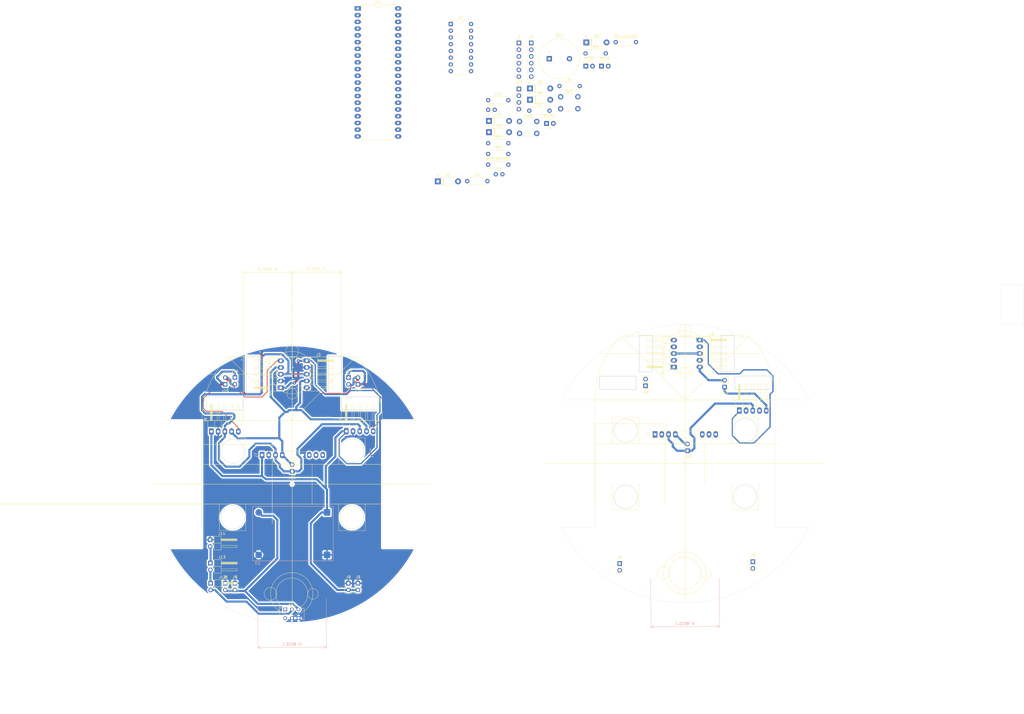
<source format=kicad_pcb>
(kicad_pcb (version 20171130) (host pcbnew 5.1.5-52549c5~84~ubuntu18.04.1)
  (title_block (title Naanu) (date 2019-12-08) (rev 2) (company "Robotics And Automation Center") (comment 1 "Sanjay Rijal") (comment 2 "Rohit Pati") (comment 3 "Rimesh Lwagun") (comment 4 "Rabin Nepal"))
  (layers (0 F.Cu signal) (31 B.Cu signal) (34 B.Paste user) (35 F.Paste user) (36 B.SilkS user) (37 F.SilkS user) (38 B.Mask user) (39 F.Mask user) (44 Edge.Cuts user))
  (net 0 "")
  (net 1 "Net-(BLUE1-Pad2)")
  (net 2 GND)
  (net 3 BUZZ_IN)
  (net 4 "Net-(C1-Pad1)")
  (net 5 "Net-(C1-Pad2)")
  (net 6 "Net-(C2-Pad2)")
  (net 7 "Net-(C2-Pad1)")
  (net 8 rEn_A)
  (net 9 rEn_B)
  (net 10 +5V)
  (net 11 lEn_B)
  (net 12 lEn_A)
  (net 13 SCL)
  (net 14 SDA)
  (net 15 X_RIGHT)
  (net 16 X_FR)
  (net 17 X_LEFT)
  (net 18 X_FL)
  (net 19 "Net-(J7-Pad5)")
  (net 20 "Net-(J7-Pad6)")
  (net 21 "Net-(J7-Pad7)")
  (net 22 "Net-(J7-Pad8)")
  (net 23 "Net-(J7-Pad9)")
  (net 24 "Net-(J7-Pad10)")
  (net 25 "Net-(J11-Pad1)")
  (net 26 "Net-(J11-Pad2)")
  (net 27 3V3)
  (net 28 "Net-(J12-Pad1)")
  (net 29 +12V_Bat)
  (net 30 "Net-(J13-Pad1)")
  (net 31 +12V)
  (net 32 LED_IN)
  (net 33 Bat_IN)
  (net 34 "Net-(R4-Pad2)")
  (net 35 "Net-(SW1-Pad1)")
  (net 36 "Net-(SW1-Pad4)")
  (net 37 "Net-(U2-Pad1)")
  (net 38 "Net-(U2-Pad2)")
  (net 39 "Net-(U2-Pad3)")
  (net 40 "Net-(U2-Pad4)")
  (net 41 "Net-(U2-Pad29)")
  (net 42 "Net-(U2-Pad32)")
  (net 43 "Net-(U2-Pad33)")
  (net 44 "Net-(U2-Pad16)")
  (net 45 "Net-(U2-Pad17)")
  (net 46 "Net-(U2-Pad19)")
  (net 47 "Net-(U2-Pad7)")
  (net 48 "Net-(D1-Pad1)")
  (net 49 "Net-(D1-Pad2)")
  (net 50 "Net-(D2-Pad1)")
  (net 51 "Net-(D2-Pad2)")
  (net 52 "Net-(D3-Pad2)")
  (net 53 "Net-(D3-Pad1)")
  (net 54 "Net-(D4-Pad1)")
  (net 55 "Net-(D4-Pad2)")
  (net 56 "Net-(D5-Pad2)")
  (net 57 "Net-(D5-Pad1)")
  (net 58 "Net-(D6-Pad2)")
  (net 59 "Net-(D6-Pad1)")
  (net 60 PushButton_1)
  (net 61 PushButton_2)
  (net 62 "Net-(R5-Pad2)")
  (module Connector_PinHeader_2.54mm:PinHeader_1x02_P2.54mm_Vertical (layer F.Cu) (at 91.44254 30.4546)
    (fp_text reference J10 (at 0 -2.33) (layer F.SilkS))
    (fp_text value Conn_01x02_Male)
    (pad 2 thru_hole oval (at 0 2.54) (size 1.7 1.7) (drill 1) (layers *.Cu *.Mask) (net 15 X_RIGHT))
    (pad 1 thru_hole rect (at 0 0) (size 1.7 1.7) (drill 1) (layers *.Cu *.Mask) (net 16 X_FR))
  )
  (module Connector_PinHeader_2.54mm:PinHeader_1x02_P2.54mm_Vertical (layer F.Cu) (at 48.65624 30.42412)
    (fp_text reference J16 (at 0 -2.33) (layer F.SilkS))
    (fp_text value Conn_01x02_Male)
    (pad 1 thru_hole rect (at 0 0) (size 1.7 1.7) (drill 1) (layers *.Cu *.Mask) (net 18 X_FL))
    (pad 2 thru_hole oval (at 0 2.54) (size 1.7 1.7) (drill 1) (layers *.Cu *.Mask) (net 17 X_LEFT))
  )
  (module Connector_PinHeader_2.54mm:PinHeader_1x02_P2.54mm_Vertical (layer F.Cu) (at 48.6537 107.99826)
    (fp_text reference J8 (at 0 -2.33) (layer F.SilkS))
    (fp_text value Conn_01x02_Male)
    (pad 1 thru_hole rect (at 0 0) (size 1.7 1.7) (drill 1) (layers *.Cu *.Mask) (net 2 GND))
    (pad 2 thru_hole oval (at 0 2.54) (size 1.7 1.7) (drill 1) (layers *.Cu *.Mask) (net 31 +12V))
  )
  (module Connector_PinHeader_2.54mm:PinHeader_1x02_P2.54mm_Vertical (layer F.Cu) (at 91.37396 107.99318)
    (fp_text reference J9 (at 0 -2.33) (layer F.SilkS))
    (fp_text value Conn_01x02_Male)
    (pad 1 thru_hole rect (at 0 0) (size 1.7 1.7) (drill 1) (layers *.Cu *.Mask) (net 2 GND))
    (pad 2 thru_hole oval (at 0 2.54) (size 1.7 1.7) (drill 1) (layers *.Cu *.Mask) (net 10 +5V))
  )
  (module Connector_PinHeader_2.54mm:PinHeader_1x02_P2.54mm_Vertical (layer F.Cu) (at 193.61 100.57)
    (fp_text reference J8 (at 0 -2.33) (layer F.SilkS))
    (fp_text value Conn_01x02_Male)
    (pad 1 thru_hole rect (at 0 0) (size 1.7 1.7) (drill 1) (layers *.Cu *.Mask))
    (pad 2 thru_hole oval (at 0 2.54) (size 1.7 1.7) (drill 1) (layers *.Cu *.Mask))
  )
  (module Connector_PinHeader_2.54mm:PinHeader_1x02_P2.54mm_Vertical (layer F.Cu) (at 243.78 99.87)
    (fp_text reference J9 (at 0 -2.33) (layer F.SilkS))
    (fp_text value Conn_01x02_Male)
    (pad 1 thru_hole rect (at 0 0) (size 1.7 1.7) (drill 1) (layers *.Cu *.Mask))
    (pad 2 thru_hole oval (at 0 2.54) (size 1.7 1.7) (drill 1) (layers *.Cu *.Mask))
  )
  (module Connector_PinHeader_2.54mm:PinHeader_1x02_P2.54mm_Vertical (layer F.Cu) (at 219.15 58.06 180)
    (fp_text reference J15 (at 0 -2.33) (layer F.SilkS))
    (fp_text value Conn_01x02_Male)
    (pad 2 thru_hole oval (at 0 2.54 180) (size 1.7 1.7) (drill 1) (layers *.Cu *.Mask))
    (pad 1 thru_hole rect (at 0 0 180) (size 1.7 1.7) (drill 1) (layers *.Cu *.Mask))
  )
  (module Connector_PinHeader_2.54mm:PinHeader_1x02_P2.54mm_Vertical (layer F.Cu) (at 233.14 34.01 180)
    (fp_text reference J10 (at 0 -2.33) (layer F.SilkS))
    (fp_text value Conn_01x02_Male)
    (pad 2 thru_hole oval (at 0 2.54 180) (size 1.7 1.7) (drill 1) (layers *.Cu *.Mask))
    (pad 1 thru_hole rect (at 0 0 180) (size 1.7 1.7) (drill 1) (layers *.Cu *.Mask))
  )
  (module Connector_PinHeader_2.54mm:PinHeader_1x10_P2.54mm_Vertical (layer F.Cu) (at 206.94344 51.8654 90)
    (fp_text reference J7 (at 0 -2.33 90) (layer F.SilkS))
    (fp_text value MPU9250)
    (pad 10 thru_hole oval (at 0 22.86 90) (size 2.4 1.7) (drill 1) (layers *.Cu *.Mask))
    (pad 9 thru_hole oval (at 0 20.32 90) (size 2.4 1.7) (drill 1) (layers *.Cu *.Mask))
    (pad 8 thru_hole oval (at 0 17.78 90) (size 2.4 1.7) (drill 1) (layers *.Cu *.Mask))
    (pad 7 thru_hole oval (at 0 15.24 90) (size 0.1 0.1) (drill 0.01) (layers *.Cu *.Mask))
    (pad 6 thru_hole oval (at 0 12.7 90) (size 0.1 0.1) (drill 0.01) (layers *.Cu *.Mask))
    (pad 5 thru_hole oval (at 0 10.16 90) (size 0.1 0.1) (drill 0.01) (layers *.Cu *.Mask))
    (pad 4 thru_hole oval (at 0 7.62 90) (size 2.4 1.7) (drill 1) (layers *.Cu *.Mask))
    (pad 3 thru_hole oval (at 0 5.08 90) (size 2.4 1.7) (drill 1) (layers *.Cu *.Mask))
    (pad 2 thru_hole oval (at 0 2.54 90) (size 2.4 1.7) (drill 1) (layers *.Cu *.Mask))
    (pad 1 thru_hole rect (at 0 0 90) (size 2.4 1.7) (drill 1) (layers *.Cu *.Mask))
  )
  (module Connector_PinHeader_2.54mm:PinHeader_1x02_P2.54mm_Vertical (layer F.Cu) (at 203.35 33.55 180)
    (fp_text reference J16 (at 0 -2.33) (layer F.SilkS))
    (fp_text value Conn_01x02_Male)
    (pad 1 thru_hole rect (at 0 0 180) (size 1.7 1.7) (drill 1) (layers *.Cu *.Mask))
    (pad 2 thru_hole oval (at 0 2.54 180) (size 1.7 1.7) (drill 1) (layers *.Cu *.Mask))
  )
  (module Connector_PinHeader_2.54mm:PinHeader_1x05_P2.54mm_Horizontal (layer F.Cu) (at 238.67896 42.899 90)
    (fp_text reference J4 (at 4.385 -2.27 90) (layer F.SilkS))
    (fp_text value VLX_FR)
    (pad 5 thru_hole oval (at 0 10.16 90) (size 2.4 1.7) (drill 1) (layers *.Cu *.Mask))
    (pad 4 thru_hole oval (at 0 7.62 90) (size 2.4 1.7) (drill 1) (layers *.Cu *.Mask))
    (pad 3 thru_hole oval (at 0 5.08 90) (size 2.4 1.7) (drill 1) (layers *.Cu *.Mask))
    (pad 2 thru_hole oval (at 0 2.54 90) (size 2.4 1.7) (drill 1) (layers *.Cu *.Mask))
    (pad 1 thru_hole rect (at 0 0 90) (size 2.4 1.7) (drill 1) (layers *.Cu *.Mask))
  )
  (module Connector_PinHeader_2.54mm:PinHeader_1x05_P2.54mm_Horizontal (layer F.Cu) (at 214.006 26.49684 180)
    (fp_text reference J5 (at 4.385 -2.27) (layer F.SilkS))
    (fp_text value VLX_LEFT)
    (pad 1 thru_hole rect (at 0 0 180) (size 2.4 1.7) (drill 1) (layers *.Cu *.Mask))
    (pad 2 thru_hole oval (at 0 2.540001 180) (size 2.4 1.7) (drill 1) (layers *.Cu *.Mask))
    (pad 3 thru_hole oval (at 0 5.08 180) (size 2.4 1.7) (drill 1) (layers *.Cu *.Mask))
    (pad 4 thru_hole oval (at 0 7.62 180) (size 2.4 1.7) (drill 1) (layers *.Cu *.Mask))
    (pad 5 thru_hole oval (at 0 10.16 180) (size 2.4 1.7) (drill 1) (layers *.Cu *.Mask))
  )
  (module Connector_PinHeader_2.54mm:PinHeader_1x05_P2.54mm_Horizontal (layer F.Cu) (at 223.7782 16.30112)
    (fp_text reference J3 (at 4.385 -2.27) (layer F.SilkS))
    (fp_text value VLX_RIGHT)
    (pad 5 thru_hole oval (at 0 10.16) (size 2.4 1.7) (drill 1) (layers *.Cu *.Mask))
    (pad 4 thru_hole oval (at 0 7.62) (size 2.4 1.7) (drill 1) (layers *.Cu *.Mask))
    (pad 3 thru_hole oval (at 0 5.08) (size 2.4 1.7) (drill 1) (layers *.Cu *.Mask))
    (pad 2 thru_hole oval (at 0 2.540001) (size 2.4 1.7) (drill 1) (layers *.Cu *.Mask))
    (pad 1 thru_hole rect (at 0 0) (size 2.4 1.7) (drill 1) (layers *.Cu *.Mask))
  )
  (module Buck:Buck (layer B.Cu) (at 55.3 99.59)
    (fp_text reference U3 (at 1.905 0.889) (layer B.SilkS) (effects (justify mirror)))
    (fp_text value "5V Regulator")
    (pad 4 smd rect (at 28.0532 -18.3) (size 2.5 2.5) (layers B.Cu B.Paste B.Mask) (net 10 +5V))
    (pad 3 smd rect (at 28.0532 -2.3) (size 2.5 2.5) (layers B.Cu B.Paste B.Mask) (net 2 GND))
    (pad 2 smd circle (at 2.3 -18.3) (size 2.5 2.5) (layers B.Cu B.Paste B.Mask) (net 31 +12V))
    (pad 1 smd circle (at 2.3 -2.3) (size 2.5 2.5) (layers B.Cu B.Paste B.Mask) (net 2 GND))
  )
  (module Connector_PinHeader_2.54mm:PinHeader_1x02_P2.54mm_Vertical (layer F.Cu) (at 95 108)
    (fp_text reference J9 (at 0 -2.33) (layer F.SilkS))
    (fp_text value Conn_01x02_Male)
    (pad 2 thru_hole oval (at 0 2.54) (size 1.7 1.7) (drill 1) (layers *.Cu *.Mask) (net 10 +5V))
    (pad 1 thru_hole rect (at 0 0) (size 1.7 1.7) (drill 1) (layers *.Cu *.Mask) (net 2 GND))
  )
  (module Connector_PinHeader_2.54mm:PinHeader_1x02_P2.54mm_Vertical (layer F.Cu) (at 45 108)
    (fp_text reference J8 (at 0 -2.33) (layer F.SilkS))
    (fp_text value Conn_01x02_Male)
    (pad 2 thru_hole oval (at 0 2.54) (size 1.7 1.7) (drill 1) (layers *.Cu *.Mask) (net 31 +12V))
    (pad 1 thru_hole rect (at 0 0) (size 1.7 1.7) (drill 1) (layers *.Cu *.Mask) (net 2 GND))
  )
  (module Connector_PinHeader_2.54mm:PinHeader_1x02_P2.54mm_Horizontal (layer F.Cu) (at 39.4 100.4)
    (fp_text reference J13 (at 4.385 -2.27) (layer F.SilkS))
    (fp_text value CELL2)
    (pad 2 thru_hole oval (at 0 2.54) (size 1.7 1.7) (drill 1) (layers *.Cu *.Mask) (net 28 "Net-(J12-Pad1)"))
    (pad 1 thru_hole rect (at 0 0) (size 1.7 1.7) (drill 1) (layers *.Cu *.Mask) (net 30 "Net-(J13-Pad1)"))
  )
  (module Connector_PinHeader_2.54mm:PinHeader_1x02_P2.54mm_Horizontal (layer F.Cu) (at 39.3 91.6)
    (fp_text reference J14 (at 4.385 -2.27) (layer F.SilkS))
    (fp_text value CELL3)
    (pad 2 thru_hole oval (at 0 2.54) (size 1.7 1.7) (drill 1) (layers *.Cu *.Mask) (net 30 "Net-(J13-Pad1)"))
    (pad 1 thru_hole rect (at 0 0) (size 1.7 1.7) (drill 1) (layers *.Cu *.Mask) (net 2 GND))
  )
  (module Connector_PinHeader_2.54mm:PinHeader_1x02_P2.54mm_Horizontal (layer F.Cu) (at 39.5 108)
    (fp_text reference J12 (at 4.385 -2.27) (layer F.SilkS))
    (fp_text value CELL1)
    (pad 2 thru_hole oval (at 0 2.54) (size 1.7 1.7) (drill 1) (layers *.Cu *.Mask) (net 29 +12V_Bat))
    (pad 1 thru_hole rect (at 0 0) (size 1.7 1.7) (drill 1) (layers *.Cu *.Mask) (net 28 "Net-(J12-Pad1)"))
  )
  (module Button_Switch_THT:SW_CuK_JS202011CQN_DPDT_Straight (layer F.Cu) (at 67.61344 117.8554)
    (fp_text reference SW1 (at 2.75 -1.6) (layer F.SilkS))
    (fp_text value SWITCH)
    (pad 1 thru_hole rect (at 0 0) (size 1.4 1.4) (drill 0.9) (layers *.Cu *.Mask) (net 35 "Net-(SW1-Pad1)"))
    (pad 2 thru_hole circle (at 2.5 0) (size 1.4 1.4) (drill 0.9) (layers *.Cu *.Mask) (net 29 +12V_Bat))
    (pad 3 thru_hole circle (at 5 0) (size 1.4 1.4) (drill 0.9) (layers *.Cu *.Mask) (net 31 +12V))
    (pad 4 thru_hole circle (at 0 3.3) (size 1.4 1.4) (drill 0.9) (layers *.Cu *.Mask) (net 36 "Net-(SW1-Pad4)"))
    (pad 5 thru_hole circle (at 2.5 3.3) (size 1.4 1.4) (drill 0.9) (layers *.Cu *.Mask) (net 2 GND))
    (pad 6 thru_hole circle (at 5 3.3) (size 1.4 1.4) (drill 0.9) (layers *.Cu *.Mask) (net 2 GND))
  )
  (module Connector_PinHeader_2.54mm:PinHeader_1x10_P2.54mm_Vertical (layer F.Cu) (at 58.86344 59.6554 90)
    (fp_text reference J7 (at 0 -2.33 90) (layer F.SilkS))
    (fp_text value MPU9250)
    (pad 1 thru_hole rect (at 0 0 90) (size 2.4 1.7) (drill 1) (layers *.Cu *.Mask) (net 10 +5V))
    (pad 2 thru_hole oval (at 0 2.54 90) (size 2.4 1.7) (drill 1) (layers *.Cu *.Mask) (net 2 GND))
    (pad 3 thru_hole oval (at 0 5.08 90) (size 2.4 1.7) (drill 1) (layers *.Cu *.Mask) (net 13 SCL))
    (pad 4 thru_hole oval (at 0 7.62 90) (size 2.4 1.7) (drill 1) (layers *.Cu *.Mask) (net 14 SDA))
    (pad 5 thru_hole oval (at 0 10.16 90) (size 0.1 0.1) (drill 0.01) (layers *.Cu *.Mask) (net 19 "Net-(J7-Pad5)"))
    (pad 6 thru_hole oval (at 0 12.7 90) (size 0.1 0.1) (drill 0.01) (layers *.Cu *.Mask) (net 20 "Net-(J7-Pad6)"))
    (pad 7 thru_hole oval (at 0 15.24 90) (size 0.1 0.1) (drill 0.01) (layers *.Cu *.Mask) (net 21 "Net-(J7-Pad7)"))
    (pad 8 thru_hole oval (at 0 17.78 90) (size 2.4 1.7) (drill 1) (layers *.Cu *.Mask) (net 22 "Net-(J7-Pad8)"))
    (pad 9 thru_hole oval (at 0 20.32 90) (size 2.4 1.7) (drill 1) (layers *.Cu *.Mask) (net 23 "Net-(J7-Pad9)"))
    (pad 10 thru_hole oval (at 0 22.86 90) (size 2.4 1.7) (drill 1) (layers *.Cu *.Mask) (net 24 "Net-(J7-Pad10)"))
  )
  (module Connector_PinHeader_2.54mm:PinHeader_1x05_P2.54mm_Horizontal (layer F.Cu) (at 39.77402 50.77964 90)
    (fp_text reference J6 (at 4.385 -2.27 90) (layer F.SilkS))
    (fp_text value VLX_FL)
    (pad 5 thru_hole oval (at 0 10.16 90) (size 2.4 1.7) (drill 1) (layers *.Cu *.Mask) (net 18 X_FL))
    (pad 4 thru_hole oval (at 0 7.62 90) (size 2.4 1.7) (drill 1) (layers *.Cu *.Mask) (net 14 SDA))
    (pad 3 thru_hole oval (at 0 5.08 90) (size 2.6 1.7) (drill 1) (layers *.Cu *.Mask) (net 13 SCL))
    (pad 2 thru_hole oval (at 0 2.54 90) (size 2.6 1.7) (drill 1) (layers *.Cu *.Mask) (net 2 GND))
    (pad 1 thru_hole rect (at 0 0 90) (size 2.4 1.7) (drill 1) (layers *.Cu *.Mask) (net 10 +5V))
  )
  (module Connector_PinHeader_2.54mm:PinHeader_1x05_P2.54mm_Horizontal (layer F.Cu) (at 65.926 34.28684 180)
    (fp_text reference J5 (at 4.385 -2.27) (layer F.SilkS))
    (fp_text value VLX_LEFT)
    (pad 5 thru_hole oval (at 0 10.16 180) (size 2.4 1.7) (drill 1) (layers *.Cu *.Mask) (net 17 X_LEFT))
    (pad 4 thru_hole oval (at 0 7.62 180) (size 2.4 1.7) (drill 1) (layers *.Cu *.Mask) (net 14 SDA))
    (pad 3 thru_hole oval (at 0 5.08 180) (size 2.4 1.7) (drill 1) (layers *.Cu *.Mask) (net 13 SCL))
    (pad 2 thru_hole oval (at 0 2.540001 180) (size 2.4 1.7) (drill 1) (layers *.Cu *.Mask) (net 2 GND))
    (pad 1 thru_hole rect (at 0 0 180) (size 2.4 1.7) (drill 1) (layers *.Cu *.Mask) (net 10 +5V))
  )
  (module Connector_PinHeader_2.54mm:PinHeader_1x05_P2.54mm_Horizontal (layer F.Cu) (at 75.6982 24.09112)
    (fp_text reference J3 (at 4.385 -2.27) (layer F.SilkS))
    (fp_text value VLX_RIGHT)
    (pad 1 thru_hole rect (at 0 0) (size 2.4 1.7) (drill 1) (layers *.Cu *.Mask) (net 10 +5V))
    (pad 2 thru_hole oval (at 0 2.540001) (size 2.4 1.7) (drill 1) (layers *.Cu *.Mask) (net 2 GND))
    (pad 3 thru_hole oval (at 0 5.08) (size 2.4 1.7) (drill 1) (layers *.Cu *.Mask) (net 13 SCL))
    (pad 4 thru_hole oval (at 0 7.62) (size 2.4 1.7) (drill 1) (layers *.Cu *.Mask) (net 14 SDA))
    (pad 5 thru_hole oval (at 0 10.16) (size 2.4 1.7) (drill 1) (layers *.Cu *.Mask) (net 15 X_RIGHT))
  )
  (module Connector_PinHeader_2.54mm:PinHeader_1x05_P2.54mm_Horizontal (layer F.Cu) (at 90.59896 50.689 90)
    (fp_text reference J4 (at 4.385 -2.27 90) (layer F.SilkS))
    (fp_text value VLX_FR)
    (pad 1 thru_hole rect (at 0 0 90) (size 2.4 1.7) (drill 1) (layers *.Cu *.Mask) (net 10 +5V))
    (pad 2 thru_hole oval (at 0 2.54 90) (size 2.4 1.7) (drill 1) (layers *.Cu *.Mask) (net 2 GND))
    (pad 3 thru_hole oval (at 0 5.08 90) (size 2.4 1.7) (drill 1) (layers *.Cu *.Mask) (net 13 SCL))
    (pad 4 thru_hole oval (at 0 7.62 90) (size 2.4 1.7) (drill 1) (layers *.Cu *.Mask) (net 14 SDA))
    (pad 5 thru_hole oval (at 0 10.16 90) (size 2.4 1.7) (drill 1) (layers *.Cu *.Mask) (net 16 X_FR))
  )
  (module Resistor_THT:R_Axial_DIN0207_L6.3mm_D2.5mm_P7.62mm_Horizontal (layer F.Cu) (at 136.165001 -43.604999)
    (fp_text reference 1k1 (at 3.81 -2.37) (layer F.SilkS))
    (fp_text value R)
    (pad 2 thru_hole oval (at 7.62 0) (size 1.6 1.6) (drill 0.8) (layers *.Cu *.Mask) (net 2 GND))
    (pad 1 thru_hole circle (at 0 0) (size 1.6 1.6) (drill 0.8) (layers *.Cu *.Mask) (net 10 +5V))
  )
  (module Resistor_THT:R_Axial_DIN0207_L6.3mm_D2.5mm_P7.62mm_Horizontal (layer F.Cu) (at 144.045001 -74.104999)
    (fp_text reference 1k2 (at 3.81 -2.37) (layer F.SilkS))
    (fp_text value R)
    (pad 1 thru_hole circle (at 0 0) (size 1.6 1.6) (drill 0.8) (layers *.Cu *.Mask) (net 10 +5V))
    (pad 2 thru_hole oval (at 7.62 0) (size 1.6 1.6) (drill 0.8) (layers *.Cu *.Mask) (net 2 GND))
  )
  (module LED_THT:LED_D3.0mm (layer F.Cu) (at 166.065001 -65.354999)
    (fp_text reference BLUE1 (at 1.27 -2.96) (layer F.SilkS))
    (fp_text value LED)
    (pad 2 thru_hole circle (at 2.54 0) (size 1.8 1.8) (drill 0.9) (layers *.Cu *.Mask) (net 1 "Net-(BLUE1-Pad2)"))
    (pad 1 thru_hole rect (at 0 0) (size 1.8 1.8) (drill 0.9) (layers *.Cu *.Mask) (net 2 GND))
  )
  (module Buzzer_Beeper:Buzzer_15x7.5RM7.6 (layer F.Cu) (at 167.095001 -89.754999)
    (fp_text reference BZ1 (at 3.81 -8.89) (layer F.SilkS))
    (fp_text value Buzzer)
    (fp_text user + (at -0.01 -2.54) (layer F.SilkS))
    (pad 1 thru_hole rect (at 0 0) (size 2 2) (drill 1) (layers *.Cu *.Mask) (net 3 BUZZ_IN))
    (pad 2 thru_hole circle (at 7.6 0) (size 2 2) (drill 1) (layers *.Cu *.Mask) (net 2 GND))
  )
  (module Capacitor_THT:C_Disc_D3.0mm_W1.6mm_P2.50mm (layer F.Cu) (at 146.935001 -46.204999)
    (fp_text reference C1 (at 1.25 -2.05) (layer F.SilkS))
    (fp_text value C)
    (pad 1 thru_hole circle (at 0 0) (size 1.6 1.6) (drill 0.8) (layers *.Cu *.Mask) (net 4 "Net-(C1-Pad1)"))
    (pad 2 thru_hole circle (at 2.5 0) (size 1.6 1.6) (drill 0.8) (layers *.Cu *.Mask) (net 5 "Net-(C1-Pad2)"))
  )
  (module Capacitor_THT:C_Disc_D3.0mm_W1.6mm_P2.50mm (layer F.Cu) (at 144.045001 -70.504999)
    (fp_text reference C2 (at 1.25 -2.05) (layer F.SilkS))
    (fp_text value C)
    (pad 2 thru_hole circle (at 2.5 0) (size 1.6 1.6) (drill 0.8) (layers *.Cu *.Mask) (net 6 "Net-(C2-Pad2)"))
    (pad 1 thru_hole circle (at 0 0) (size 1.6 1.6) (drill 0.8) (layers *.Cu *.Mask) (net 7 "Net-(C2-Pad1)"))
  )
  (module Diode_THT:D_DO-41_SOD81_P7.62mm_Horizontal (layer F.Cu) (at 125.095001 -43.504999)
    (fp_text reference D1 (at 3.81 -2.47) (layer F.SilkS))
    (fp_text value 1N4007)
    (fp_text user K (at 0 -2.1) (layer F.SilkS))
    (pad 1 thru_hole rect (at 0 0) (size 2.2 2.2) (drill 1.1) (layers *.Cu *.Mask) (net 48 "Net-(D1-Pad1)"))
    (pad 2 thru_hole oval (at 7.62 0) (size 2.2 2.2) (drill 1.1) (layers *.Cu *.Mask) (net 49 "Net-(D1-Pad2)"))
  )
  (module Diode_THT:D_DO-41_SOD81_P7.62mm_Horizontal (layer F.Cu) (at 159.845001 -78.554999)
    (fp_text reference D2 (at 3.81 -2.47) (layer F.SilkS))
    (fp_text value 1N4007)
    (fp_text user K (at 0 -2.1) (layer F.SilkS))
    (pad 2 thru_hole oval (at 7.62 0) (size 2.2 2.2) (drill 1.1) (layers *.Cu *.Mask) (net 51 "Net-(D2-Pad2)"))
    (pad 1 thru_hole rect (at 0 0) (size 2.2 2.2) (drill 1.1) (layers *.Cu *.Mask) (net 50 "Net-(D2-Pad1)"))
  )
  (module Diode_THT:D_DO-41_SOD81_P7.62mm_Horizontal (layer F.Cu) (at 181.045001 -95.904999)
    (fp_text reference D3 (at 3.81 -2.47) (layer F.SilkS))
    (fp_text value 1N4007)
    (fp_text user K (at 0 -2.1) (layer F.SilkS))
    (pad 1 thru_hole rect (at 0 0) (size 2.2 2.2) (drill 1.1) (layers *.Cu *.Mask) (net 53 "Net-(D3-Pad1)"))
    (pad 2 thru_hole oval (at 7.62 0) (size 2.2 2.2) (drill 1.1) (layers *.Cu *.Mask) (net 52 "Net-(D3-Pad2)"))
  )
  (module Diode_THT:D_DO-41_SOD81_P7.62mm_Horizontal (layer F.Cu) (at 144.345001 -66.304999)
    (fp_text reference D4 (at 3.81 -2.47) (layer F.SilkS))
    (fp_text value 1N4007)
    (fp_text user K (at 0 -2.1) (layer F.SilkS))
    (pad 1 thru_hole rect (at 0 0) (size 2.2 2.2) (drill 1.1) (layers *.Cu *.Mask) (net 54 "Net-(D4-Pad1)"))
    (pad 2 thru_hole oval (at 7.62 0) (size 2.2 2.2) (drill 1.1) (layers *.Cu *.Mask) (net 55 "Net-(D4-Pad2)"))
  )
  (module Diode_THT:D_DO-41_SOD81_P7.62mm_Horizontal (layer F.Cu) (at 144.345001 -62.054999)
    (fp_text reference D5 (at 3.81 -2.47) (layer F.SilkS))
    (fp_text value 1N4007)
    (fp_text user K (at 0 -2.1) (layer F.SilkS))
    (pad 2 thru_hole oval (at 7.62 0) (size 2.2 2.2) (drill 1.1) (layers *.Cu *.Mask) (net 56 "Net-(D5-Pad2)"))
    (pad 1 thru_hole rect (at 0 0) (size 2.2 2.2) (drill 1.1) (layers *.Cu *.Mask) (net 57 "Net-(D5-Pad1)"))
  )
  (module Diode_THT:D_DO-41_SOD81_P7.62mm_Horizontal (layer F.Cu) (at 159.845001 -74.304999)
    (fp_text reference D6 (at 3.81 -2.47) (layer F.SilkS))
    (fp_text value 1N4007)
    (fp_text user K (at 0 -2.1) (layer F.SilkS))
    (pad 2 thru_hole oval (at 7.62 0) (size 2.2 2.2) (drill 1.1) (layers *.Cu *.Mask) (net 58 "Net-(D6-Pad2)"))
    (pad 1 thru_hole rect (at 0 0) (size 2.2 2.2) (drill 1.1) (layers *.Cu *.Mask) (net 59 "Net-(D6-Pad1)"))
  )
  (module Connector_PinHeader_2.54mm:PinHeader_1x06_P2.54mm_Vertical (layer F.Cu) (at 155.645001 -95.704999)
    (fp_text reference J1 (at 0 -2.33) (layer F.SilkS))
    (fp_text value Motor_RIGHT)
    (pad 6 thru_hole oval (at 0 12.7) (size 1.7 1.7) (drill 1) (layers *.Cu *.Mask) (net 2 GND))
    (pad 5 thru_hole oval (at 0 10.16) (size 1.7 1.7) (drill 1) (layers *.Cu *.Mask) (net 10 +5V))
    (pad 4 thru_hole oval (at 0 7.62) (size 1.7 1.7) (drill 1) (layers *.Cu *.Mask) (net 9 rEn_B))
    (pad 3 thru_hole oval (at 0 5.08) (size 1.7 1.7) (drill 1) (layers *.Cu *.Mask) (net 8 rEn_A))
    (pad 2 thru_hole oval (at 0 2.54) (size 1.7 1.7) (drill 1) (layers *.Cu *.Mask) (net 6 "Net-(C2-Pad2)"))
    (pad 1 thru_hole rect (at 0 0) (size 1.7 1.7) (drill 1) (layers *.Cu *.Mask) (net 7 "Net-(C2-Pad1)"))
  )
  (module Connector_PinHeader_2.54mm:PinHeader_1x06_P2.54mm_Vertical (layer F.Cu) (at 160.295001 -95.704999)
    (fp_text reference J2 (at 0 -2.33) (layer F.SilkS))
    (fp_text value Motor_LEFT)
    (pad 1 thru_hole rect (at 0 0) (size 1.7 1.7) (drill 1) (layers *.Cu *.Mask) (net 4 "Net-(C1-Pad1)"))
    (pad 2 thru_hole oval (at 0 2.54) (size 1.7 1.7) (drill 1) (layers *.Cu *.Mask) (net 5 "Net-(C1-Pad2)"))
    (pad 3 thru_hole oval (at 0 5.08) (size 1.7 1.7) (drill 1) (layers *.Cu *.Mask) (net 12 lEn_A))
    (pad 4 thru_hole oval (at 0 7.62) (size 1.7 1.7) (drill 1) (layers *.Cu *.Mask) (net 11 lEn_B))
    (pad 5 thru_hole oval (at 0 10.16) (size 1.7 1.7) (drill 1) (layers *.Cu *.Mask) (net 10 +5V))
    (pad 6 thru_hole oval (at 0 12.7) (size 1.7 1.7) (drill 1) (layers *.Cu *.Mask) (net 2 GND))
  )
  (module Connector_PinHeader_2.54mm:PinHeader_1x04_P2.54mm_Vertical (layer F.Cu) (at 155.645001 -78.354999)
    (fp_text reference J11 (at 0 -2.33) (layer F.SilkS))
    (fp_text value USB_TTL)
    (pad 1 thru_hole rect (at 0 0) (size 1.7 1.7) (drill 1) (layers *.Cu *.Mask) (net 25 "Net-(J11-Pad1)"))
    (pad 2 thru_hole oval (at 0 2.54) (size 1.7 1.7) (drill 1) (layers *.Cu *.Mask) (net 26 "Net-(J11-Pad2)"))
    (pad 3 thru_hole oval (at 0 5.08) (size 1.7 1.7) (drill 1) (layers *.Cu *.Mask) (net 27 3V3))
    (pad 4 thru_hole oval (at 0 7.62) (size 1.7 1.7) (drill 1) (layers *.Cu *.Mask) (net 2 GND))
  )
  (module Resistor_THT:R_Axial_DIN0207_L6.3mm_D2.5mm_P7.62mm_Horizontal (layer F.Cu) (at 159.545001 -70.154999)
    (fp_text reference R1 (at 3.81 -2.37) (layer F.SilkS))
    (fp_text value 330)
    (pad 2 thru_hole oval (at 7.62 0) (size 1.6 1.6) (drill 0.8) (layers *.Cu *.Mask) (net 1 "Net-(BLUE1-Pad2)"))
    (pad 1 thru_hole circle (at 0 0) (size 1.6 1.6) (drill 0.8) (layers *.Cu *.Mask) (net 32 LED_IN))
  )
  (module Resistor_THT:R_Axial_DIN0207_L6.3mm_D2.5mm_P7.62mm_Horizontal (layer F.Cu) (at 144.045001 -57.904999)
    (fp_text reference R2 (at 3.81 -2.37) (layer F.SilkS))
    (fp_text value 10k)
    (pad 1 thru_hole circle (at 0 0) (size 1.6 1.6) (drill 0.8) (layers *.Cu *.Mask) (net 31 +12V))
    (pad 2 thru_hole oval (at 7.62 0) (size 1.6 1.6) (drill 0.8) (layers *.Cu *.Mask) (net 33 Bat_IN))
  )
  (module Resistor_THT:R_Axial_DIN0207_L6.3mm_D2.5mm_P7.62mm_Horizontal (layer F.Cu) (at 180.745001 -91.754999)
    (fp_text reference R3 (at 3.81 -2.37) (layer F.SilkS))
    (fp_text value 1k)
    (pad 1 thru_hole circle (at 0 0) (size 1.6 1.6) (drill 0.8) (layers *.Cu *.Mask) (net 33 Bat_IN))
    (pad 2 thru_hole oval (at 7.62 0) (size 1.6 1.6) (drill 0.8) (layers *.Cu *.Mask) (net 2 GND))
  )
  (module Resistor_THT:R_Axial_DIN0207_L6.3mm_D2.5mm_P7.62mm_Horizontal (layer F.Cu) (at 170.915001 -79.454999)
    (fp_text reference R4 (at 3.81 -2.37) (layer F.SilkS))
    (fp_text value 330)
    (pad 1 thru_hole circle (at 0 0) (size 1.6 1.6) (drill 0.8) (layers *.Cu *.Mask) (net 10 +5V))
    (pad 2 thru_hole oval (at 7.62 0) (size 1.6 1.6) (drill 0.8) (layers *.Cu *.Mask) (net 34 "Net-(R4-Pad2)"))
  )
  (module Resistor_THT:R_Axial_DIN0207_L6.3mm_D2.5mm_P7.62mm_Horizontal (layer F.Cu) (at 144.045001 -53.854999)
    (fp_text reference R5 (at 3.81 -2.37) (layer F.SilkS))
    (fp_text value 1.5k)
    (pad 2 thru_hole oval (at 7.62 0) (size 1.6 1.6) (drill 0.8) (layers *.Cu *.Mask) (net 62 "Net-(R5-Pad2)"))
    (pad 1 thru_hole circle (at 0 0) (size 1.6 1.6) (drill 0.8) (layers *.Cu *.Mask) (net 31 +12V))
  )
  (module LED_THT:LED_D3.0mm (layer F.Cu) (at 180.845001 -86.954999)
    (fp_text reference RED1 (at 1.27 -2.96) (layer F.SilkS))
    (fp_text value LED)
    (pad 1 thru_hole rect (at 0 0) (size 1.8 1.8) (drill 0.9) (layers *.Cu *.Mask) (net 2 GND))
    (pad 2 thru_hole circle (at 2.54 0) (size 1.8 1.8) (drill 0.9) (layers *.Cu *.Mask) (net 34 "Net-(R4-Pad2)"))
  )
  (module LED_THT:LED_D3.0mm (layer F.Cu) (at 186.745001 -86.954999)
    (fp_text reference RED2 (at 1.27 -2.96) (layer F.SilkS))
    (fp_text value LED)
    (pad 1 thru_hole rect (at 0 0) (size 1.8 1.8) (drill 0.9) (layers *.Cu *.Mask) (net 2 GND))
    (pad 2 thru_hole circle (at 2.54 0) (size 1.8 1.8) (drill 0.9) (layers *.Cu *.Mask) (net 62 "Net-(R5-Pad2)"))
  )
  (module Resistor_THT:R_Axial_DIN0207_L6.3mm_D2.5mm_P7.62mm_Horizontal (layer F.Cu) (at 192.115001 -96.004999)
    (fp_text reference SCL_pullup1 (at 3.81 -2.37) (layer F.SilkS))
    (fp_text value 10k)
    (pad 1 thru_hole circle (at 0 0) (size 1.6 1.6) (drill 0.8) (layers *.Cu *.Mask) (net 10 +5V))
    (pad 2 thru_hole oval (at 7.62 0) (size 1.6 1.6) (drill 0.8) (layers *.Cu *.Mask) (net 13 SCL))
  )
  (module Resistor_THT:R_Axial_DIN0207_L6.3mm_D2.5mm_P7.62mm_Horizontal (layer F.Cu) (at 144.045001 -49.804999)
    (fp_text reference SDA_pullup1 (at 3.81 -2.37) (layer F.SilkS))
    (fp_text value 10k)
    (pad 2 thru_hole oval (at 7.62 0) (size 1.6 1.6) (drill 0.8) (layers *.Cu *.Mask) (net 14 SDA))
    (pad 1 thru_hole circle (at 0 0) (size 1.6 1.6) (drill 0.8) (layers *.Cu *.Mask) (net 10 +5V))
  )
  (module Button_Switch_THT:SW_PUSH_6mm_H5mm (layer F.Cu) (at 171.365001 -75.404999)
    (fp_text reference SW2 (at 3.25 -2) (layer F.SilkS))
    (fp_text value SW_Push)
    (pad 2 thru_hole circle (at 0 4.5 90) (size 2 2) (drill 1.1) (layers *.Cu *.Mask) (net 60 PushButton_1))
    (pad 1 thru_hole circle (at 0 0 90) (size 2 2) (drill 1.1) (layers *.Cu *.Mask) (net 10 +5V))
    (pad 2 thru_hole circle (at 6.5 4.5 90) (size 2 2) (drill 1.1) (layers *.Cu *.Mask) (net 60 PushButton_1))
    (pad 1 thru_hole circle (at 6.5 0 90) (size 2 2) (drill 1.1) (layers *.Cu *.Mask) (net 10 +5V))
  )
  (module Button_Switch_THT:SW_PUSH_6mm_H5mm (layer F.Cu) (at 155.865001 -66.104999)
    (fp_text reference SW3 (at 3.25 -2) (layer F.SilkS))
    (fp_text value SW_Push)
    (pad 1 thru_hole circle (at 6.5 0 90) (size 2 2) (drill 1.1) (layers *.Cu *.Mask) (net 10 +5V))
    (pad 2 thru_hole circle (at 6.5 4.5 90) (size 2 2) (drill 1.1) (layers *.Cu *.Mask) (net 61 PushButton_2))
    (pad 1 thru_hole circle (at 0 0 90) (size 2 2) (drill 1.1) (layers *.Cu *.Mask) (net 10 +5V))
    (pad 2 thru_hole circle (at 0 4.5 90) (size 2 2) (drill 1.1) (layers *.Cu *.Mask) (net 61 PushButton_2))
  )
  (module Package_DIP:DIP-16_W7.62mm (layer F.Cu) (at 129.99 -102.85)
    (fp_text reference U1 (at 3.81 -2.33) (layer F.SilkS))
    (fp_text value L293D)
    (pad 1 thru_hole rect (at 0 0) (size 1.6 1.6) (drill 0.8) (layers *.Cu *.Mask) (net 48 "Net-(D1-Pad1)"))
    (pad 9 thru_hole oval (at 7.62 17.78) (size 1.6 1.6) (drill 0.8) (layers *.Cu *.Mask) (net 53 "Net-(D3-Pad1)"))
    (pad 2 thru_hole oval (at 0 2.54) (size 1.6 1.6) (drill 0.8) (layers *.Cu *.Mask) (net 59 "Net-(D6-Pad1)"))
    (pad 10 thru_hole oval (at 7.62 15.24) (size 1.6 1.6) (drill 0.8) (layers *.Cu *.Mask) (net 57 "Net-(D5-Pad1)"))
    (pad 3 thru_hole oval (at 0 5.08) (size 1.6 1.6) (drill 0.8) (layers *.Cu *.Mask) (net 5 "Net-(C1-Pad2)"))
    (pad 11 thru_hole oval (at 7.62 12.7) (size 1.6 1.6) (drill 0.8) (layers *.Cu *.Mask) (net 6 "Net-(C2-Pad2)"))
    (pad 4 thru_hole oval (at 0 7.62) (size 1.6 1.6) (drill 0.8) (layers *.Cu *.Mask) (net 2 GND))
    (pad 12 thru_hole oval (at 7.62 10.16) (size 1.6 1.6) (drill 0.8) (layers *.Cu *.Mask) (net 2 GND))
    (pad 5 thru_hole oval (at 0 10.16) (size 1.6 1.6) (drill 0.8) (layers *.Cu *.Mask) (net 2 GND))
    (pad 13 thru_hole oval (at 7.62 7.62) (size 1.6 1.6) (drill 0.8) (layers *.Cu *.Mask) (net 2 GND))
    (pad 6 thru_hole oval (at 0 12.7) (size 1.6 1.6) (drill 0.8) (layers *.Cu *.Mask) (net 4 "Net-(C1-Pad1)"))
    (pad 14 thru_hole oval (at 7.62 5.08) (size 1.6 1.6) (drill 0.8) (layers *.Cu *.Mask) (net 7 "Net-(C2-Pad1)"))
    (pad 7 thru_hole oval (at 0 15.24) (size 1.6 1.6) (drill 0.8) (layers *.Cu *.Mask) (net 50 "Net-(D2-Pad1)"))
    (pad 15 thru_hole oval (at 7.62 2.54) (size 1.6 1.6) (drill 0.8) (layers *.Cu *.Mask) (net 54 "Net-(D4-Pad1)"))
    (pad 8 thru_hole oval (at 0 17.78) (size 1.6 1.6) (drill 0.8) (layers *.Cu *.Mask) (net 31 +12V))
    (pad 16 thru_hole oval (at 7.62 0) (size 1.6 1.6) (drill 0.8) (layers *.Cu *.Mask) (net 10 +5V))
  )
  (module BluePill:STM32 (layer F.Cu) (at 94.9 -108.72)
    (fp_text reference U2 (at 7.62 -2.33) (layer F.SilkS))
    (fp_text value BluePill)
    (pad 1 thru_hole rect (at 0 0) (size 2.4 1.6) (drill 0.8) (layers *.Cu *.Mask) (net 37 "Net-(U2-Pad1)"))
    (pad 25 thru_hole oval (at 15.24 48.26) (size 2.4 1.6) (drill 0.8) (layers *.Cu *.Mask) (net 9 rEn_B))
    (pad 2 thru_hole oval (at 0 2.54) (size 2.4 1.6) (drill 0.8) (layers *.Cu *.Mask) (net 38 "Net-(U2-Pad2)"))
    (pad 26 thru_hole oval (at 15.24 45.72) (size 2.4 1.6) (drill 0.8) (layers *.Cu *.Mask) (net 8 rEn_A))
    (pad 3 thru_hole oval (at 0 5.08) (size 2.4 1.6) (drill 0.8) (layers *.Cu *.Mask) (net 39 "Net-(U2-Pad3)"))
    (pad 27 thru_hole oval (at 15.24 43.18) (size 2.4 1.6) (drill 0.8) (layers *.Cu *.Mask) (net 11 lEn_B))
    (pad 4 thru_hole oval (at 0 7.62) (size 2.4 1.6) (drill 0.8) (layers *.Cu *.Mask) (net 40 "Net-(U2-Pad4)"))
    (pad 28 thru_hole oval (at 15.24 40.64) (size 2.4 1.6) (drill 0.8) (layers *.Cu *.Mask) (net 12 lEn_A))
    (pad 10 thru_hole oval (at 0 10.16) (size 2.4 1.6) (drill 0.8) (layers *.Cu *.Mask) (net 52 "Net-(D3-Pad2)"))
    (pad 29 thru_hole oval (at 15.24 38.1) (size 2.4 1.6) (drill 0.8) (layers *.Cu *.Mask) (net 41 "Net-(U2-Pad29)"))
    (pad 11 thru_hole oval (at 0 12.7) (size 2.4 1.6) (drill 0.8) (layers *.Cu *.Mask) (net 55 "Net-(D4-Pad2)"))
    (pad 30 thru_hole oval (at 15.24 35.56) (size 2.4 1.6) (drill 0.8) (layers *.Cu *.Mask) (net 26 "Net-(J11-Pad2)"))
    (pad 12 thru_hole oval (at 0 15.24) (size 2.4 1.6) (drill 0.8) (layers *.Cu *.Mask) (net 56 "Net-(D5-Pad2)"))
    (pad 31 thru_hole oval (at 15.24 33.02) (size 2.4 1.6) (drill 0.8) (layers *.Cu *.Mask) (net 25 "Net-(J11-Pad1)"))
    (pad 13 thru_hole oval (at 0 17.78) (size 2.4 1.6) (drill 0.8) (layers *.Cu *.Mask) (net 49 "Net-(D1-Pad2)"))
    (pad 32 thru_hole oval (at 15.24 30.48) (size 2.4 1.6) (drill 0.8) (layers *.Cu *.Mask) (net 42 "Net-(U2-Pad32)"))
    (pad 14 thru_hole oval (at 0 20.32) (size 2.4 1.6) (drill 0.8) (layers *.Cu *.Mask) (net 51 "Net-(D2-Pad2)"))
    (pad 33 thru_hole oval (at 15.24 27.94) (size 2.4 1.6) (drill 0.8) (layers *.Cu *.Mask) (net 43 "Net-(U2-Pad33)"))
    (pad 15 thru_hole oval (at 0 22.86) (size 2.4 1.6) (drill 0.8) (layers *.Cu *.Mask) (net 58 "Net-(D6-Pad2)"))
    (pad 38 thru_hole oval (at 15.24 25.4) (size 2.4 1.6) (drill 0.8) (layers *.Cu *.Mask) (net 3 BUZZ_IN))
    (pad 16 thru_hole oval (at 0 25.4) (size 2.4 1.6) (drill 0.8) (layers *.Cu *.Mask) (net 44 "Net-(U2-Pad16)"))
    (pad 39 thru_hole oval (at 15.24 22.86) (size 2.4 1.6) (drill 0.8) (layers *.Cu *.Mask) (net 32 LED_IN))
    (pad 17 thru_hole oval (at 0 27.94) (size 2.4 1.6) (drill 0.8) (layers *.Cu *.Mask) (net 45 "Net-(U2-Pad17)"))
    (pad 40 thru_hole oval (at 15.24 20.32) (size 2.4 1.6) (drill 0.8) (layers *.Cu *.Mask) (net 16 X_FR))
    (pad 18 thru_hole oval (at 0 30.48) (size 2.4 1.6) (drill 0.8) (layers *.Cu *.Mask) (net 33 Bat_IN))
    (pad 41 thru_hole oval (at 15.24 17.78) (size 2.4 1.6) (drill 0.8) (layers *.Cu *.Mask) (net 18 X_FL))
    (pad 19 thru_hole oval (at 0 33.02) (size 2.4 1.6) (drill 0.8) (layers *.Cu *.Mask) (net 46 "Net-(U2-Pad19)"))
    (pad 42 thru_hole oval (at 15.24 15.24) (size 2.4 1.6) (drill 0.8) (layers *.Cu *.Mask) (net 13 SCL))
    (pad 21 thru_hole oval (at 0 35.56) (size 2.4 1.6) (drill 0.8) (layers *.Cu *.Mask) (net 61 PushButton_2))
    (pad 43 thru_hole oval (at 15.24 12.7) (size 2.4 1.6) (drill 0.8) (layers *.Cu *.Mask) (net 14 SDA))
    (pad 22 thru_hole oval (at 0 38.1) (size 2.4 1.6) (drill 0.8) (layers *.Cu *.Mask) (net 60 PushButton_1))
    (pad 45 thru_hole oval (at 15.24 10.16) (size 2.4 1.6) (drill 0.8) (layers *.Cu *.Mask) (net 15 X_RIGHT))
    (pad 7 thru_hole oval (at 0 40.64) (size 2.4 1.6) (drill 0.8) (layers *.Cu *.Mask) (net 47 "Net-(U2-Pad7)"))
    (pad 46 thru_hole oval (at 15.24 7.62) (size 2.4 1.6) (drill 0.8) (layers *.Cu *.Mask) (net 17 X_LEFT))
    (pad 3V3 thru_hole oval (at 0 43.18) (size 2.4 1.6) (drill 0.8) (layers *.Cu *.Mask) (net 27 3V3))
    (pad 5V thru_hole oval (at 15.24 5.08) (size 2.4 1.6) (drill 0.8) (layers *.Cu *.Mask) (net 10 +5V))
    (pad GND thru_hole oval (at 0 45.72) (size 2.4 1.6) (drill 0.8) (layers *.Cu *.Mask) (net 2 GND))
    (pad GND thru_hole oval (at 15.24 2.54) (size 2.4 1.6) (drill 0.8) (layers *.Cu *.Mask) (net 2 GND))
    (pad GND thru_hole oval (at 0 48.26) (size 2.4 1.6) (drill 0.8) (layers *.Cu *.Mask) (net 2 GND))
    (pad 3V3 thru_hole oval (at 15.24 0) (size 2.4 1.6) (drill 0.8) (layers *.Cu *.Mask) (net 27 3V3))
  )
  (module Connector_PinHeader_2.54mm:PinHeader_1x02_P2.54mm_Vertical (layer F.Cu) (at 95 33 180)
    (fp_text reference J10 (at 0 -2.33) (layer F.SilkS))
    (fp_text value Conn_01x02_Male)
    (pad 1 thru_hole rect (at 0 0 180) (size 1.7 1.7) (drill 1) (layers *.Cu *.Mask) (net 16 X_FR))
    (pad 2 thru_hole oval (at 0 2.54 180) (size 1.7 1.7) (drill 1) (layers *.Cu *.Mask) (net 15 X_RIGHT))
  )
  (module Connector_PinHeader_2.54mm:PinHeader_1x02_P2.54mm_Vertical (layer F.Cu) (at 70.21322 65.82156 180)
    (fp_text reference J15 (at 0 -2.33) (layer F.SilkS))
    (fp_text value Conn_01x02_Male)
    (pad 1 thru_hole rect (at 0 0 180) (size 1.7 1.7) (drill 1) (layers *.Cu *.Mask) (net 13 SCL))
    (pad 2 thru_hole oval (at 0 2.54 180) (size 1.7 1.7) (drill 1) (layers *.Cu *.Mask) (net 14 SDA))
  )
  (module Connector_PinHeader_2.54mm:PinHeader_1x02_P2.54mm_Vertical (layer F.Cu) (at 45 33 180)
    (fp_text reference J16 (at 0 -2.33) (layer F.SilkS))
    (fp_text value Conn_01x02_Male)
    (pad 2 thru_hole oval (at 0 2.54 180) (size 1.7 1.7) (drill 1) (layers *.Cu *.Mask) (net 17 X_LEFT))
    (pad 1 thru_hole rect (at 0 0 180) (size 1.7 1.7) (drill 1) (layers *.Cu *.Mask) (net 18 X_FL))
  )
  (gr_arc (start 218.29344 38.8654) (end 252.29344 38.8654) (angle -45) (layer F.SilkS) (width 0.12))
  (gr_arc (start 210.1288 104.20762) (end 207.7288 104.20762) (angle -358.0908476) (layer F.SilkS) (width 0.12))
  (gr_circle (center 218.1288 104.20762) (end 218.1288 96.20762) (layer F.SilkS) (width 0.12))
  (gr_circle (center 218.1288 104.20762) (end 218.1288 98.20762) (layer F.SilkS) (width 0.12))
  (gr_arc (start 226.1288 104.20762) (end 224.1288 104.20762) (angle -358.2100894) (layer F.SilkS) (width 0.12))
  (gr_line (start 205.956 14.54684) (end 200.956 14.54684) (layer Edge.Cuts) (width 0.15))
  (gr_line (start 218.29344 10.3654) (end 218.29344 115.3654) (layer F.SilkS) (width 0.15))
  (gr_line (start 218.29344 38.8654) (end 184.29344 38.8654) (layer F.SilkS) (width 0.12))
  (gr_line (start 218.29344 38.8654) (end 194.25181 14.82377) (layer F.SilkS) (width 0.12))
  (gr_line (start 210.79344 47.8654) (end 184.29344 47.8654) (layer F.SilkS) (width 0.15))
  (gr_line (start 200.79344 80.3654) (end 190.79344 80.3654) (layer F.SilkS) (width 0.12))
  (gr_line (start 252.29344 55.3654) (end 184.29344 55.3654) (layer F.SilkS) (width 0.15))
  (gr_circle (center 218.29344 20.7654) (end 224.29344 20.7654) (layer F.SilkS) (width 0.12))
  (gr_line (start 186.49344 21.4154) (end 245.99344 21.4154) (layer F.SilkS) (width 0.12))
  (gr_line (start 171.59344 38.8654) (end 184.29344 38.8654) (layer Edge.Cuts) (width 0.05))
  (gr_line (start 200.79344 70.3654) (end 200.79344 80.3654) (layer F.SilkS) (width 0.12))
  (gr_circle (center 240.79344 75.3654) (end 245.234161 75.3654) (layer Edge.Cuts) (width 0.12))
  (gr_line (start 186.05402 34.93964) (end 186.05402 29.93964) (layer Edge.Cuts) (width 0.15))
  (gr_circle (center 195.89344 75.4154) (end 200.334161 75.4154) (layer Edge.Cuts) (width 0.12))
  (gr_line (start 205.956 28.29684) (end 200.956 28.29684) (layer Edge.Cuts) (width 0.15))
  (gr_line (start 235.79344 45.3654) (end 245.79344 45.3654) (layer F.SilkS) (width 0.12))
  (gr_line (start 250.67896 34.899) (end 236.92896 34.899) (layer Edge.Cuts) (width 0.15))
  (gr_line (start 200.79344 45.3654) (end 190.79344 45.3654) (layer F.SilkS) (width 0.12))
  (gr_line (start 165.79344 62.8654) (end 270.79344 62.8654) (layer F.SilkS) (width 0.15))
  (gr_circle (center 195.89344 50.4154) (end 200.334161 50.4154) (layer Edge.Cuts) (width 0.12))
  (gr_line (start 184.29344 86.8654) (end 184.29344 38.8654) (layer Edge.Cuts) (width 0.05))
  (gr_line (start 250.67896 34.899) (end 250.67896 29.899) (layer Edge.Cuts) (width 0.15))
  (gr_line (start 231.8282 14.50112) (end 231.8282 28.25112) (layer Edge.Cuts) (width 0.15))
  (gr_line (start 236.8282 28.25112) (end 236.8282 14.50112) (layer Edge.Cuts) (width 0.15))
  (gr_line (start 236.92896 29.899) (end 250.67896 29.899) (layer Edge.Cuts) (width 0.15))
  (gr_line (start 199.80402 34.93964) (end 199.80402 29.93964) (layer Edge.Cuts) (width 0.15))
  (gr_circle (center 218.29344 62.8654) (end 218.76344 62.8654) (layer Edge.Cuts) (width 0.05))
  (gr_line (start 252.29344 86.8654) (end 264.993439 86.8654) (layer Edge.Cuts) (width 0.05))
  (gr_arc (start 218.29344 38.8654) (end 194.25181 14.82377) (angle -45) (layer F.SilkS) (width 0.12))
  (gr_arc (start 218.29344 62.8654) (end 264.993439 38.865401) (angle -125.6010486) (layer Edge.Cuts) (width 0.05))
  (gr_line (start 236.8282 28.25112) (end 231.8282 28.25112) (layer Edge.Cuts) (width 0.15))
  (gr_line (start 200.956 14.54684) (end 200.956 28.29684) (layer Edge.Cuts) (width 0.15))
  (gr_line (start 210.79344 62.8654) (end 210.79344 47.8654) (layer F.SilkS) (width 0.15))
  (gr_line (start 194.25181 14.82377) (end 242.335071 14.823769) (layer F.SilkS) (width 0.12))
  (gr_line (start 190.79344 80.3654) (end 190.79344 70.3654) (layer F.SilkS) (width 0.12))
  (gr_line (start 225.79344 55.3654) (end 225.79344 70.3654) (layer F.SilkS) (width 0.12))
  (gr_line (start 184.29344 86.8654) (end 171.593441 86.865399) (layer Edge.Cuts) (width 0.05))
  (gr_line (start 235.79344 80.3654) (end 245.79344 80.3654) (layer F.SilkS) (width 0.12))
  (gr_line (start 245.79344 80.3654) (end 245.79344 70.3654) (layer F.SilkS) (width 0.12))
  (gr_circle (center 218.29344 20.7654) (end 226.29344 20.7654) (layer F.SilkS) (width 0.12))
  (gr_arc (start 218.29344 28.7654) (end 218.29344 26.7654) (angle -358.2100894) (layer F.SilkS) (width 0.12))
  (gr_line (start 235.79344 70.3654) (end 235.79344 80.3654) (layer F.SilkS) (width 0.12))
  (gr_arc (start 218.29344 12.7654) (end 218.29344 10.3654) (angle -358.0908476) (layer F.SilkS) (width 0.12))
  (gr_line (start 252.29344 38.8654) (end 252.29344 86.8654) (layer Edge.Cuts) (width 0.05))
  (gr_line (start 205.956 28.29684) (end 205.956 14.54684) (layer Edge.Cuts) (width 0.15))
  (gr_arc (start 218.29344 62.8654) (end 171.593441 86.865399) (angle -125.6010481) (layer Edge.Cuts) (width 0.05))
  (dimension 25.800775 (width 0.12) (layer B.SilkS) (gr_text "25.801 mm" (at 218.345864 125.628054 0.4441444331) (layer B.SilkS) (effects (font (size 1 1) (thickness 0.15)))) (feature1 (pts (xy 231.09344 105.8654) (xy 231.240565 124.844495))) (feature2 (pts (xy 205.29344 106.0654) (xy 205.440565 125.044495))) (crossbar (pts (xy 205.436019 124.458092) (xy 231.236019 124.258092))) (arrow1a (pts (xy 231.236019 124.258092) (xy 230.114095 124.853227))) (arrow1b (pts (xy 231.236019 124.258092) (xy 230.105003 123.680421))) (arrow2a (pts (xy 205.436019 124.458092) (xy 206.567035 125.035763))) (arrow2b (pts (xy 205.436019 124.458092) (xy 206.557943 123.862957))))
  (gr_line (start 190.79344 45.3654) (end 190.79344 55.4154) (layer F.SilkS) (width 0.12))
  (gr_line (start 235.79344 55.3654) (end 235.79344 45.3654) (layer F.SilkS) (width 0.12))
  (gr_line (start 186.05402 29.93964) (end 199.80402 29.93964) (layer Edge.Cuts) (width 0.15))
  (gr_line (start 218.29344 38.8654) (end 242.335071 14.823769) (layer F.SilkS) (width 0.12))
  (gr_line (start 236.8282 14.50112) (end 231.8282 14.50112) (layer Edge.Cuts) (width 0.15))
  (gr_line (start 236.92896 34.899) (end 236.92896 29.899) (layer Edge.Cuts) (width 0.15))
  (gr_line (start 184.29344 47.8654) (end 184.29344 77.8654) (layer F.SilkS) (width 0.15))
  (gr_line (start 200.79344 55.3654) (end 200.79344 45.3654) (layer F.SilkS) (width 0.12))
  (gr_line (start 210.79344 77.8654) (end 210.79344 62.8654) (layer F.SilkS) (width 0.15))
  (gr_line (start 252.29344 38.8654) (end 218.29344 38.8654) (layer F.SilkS) (width 0.12))
  (gr_line (start 252.29344 38.8654) (end 264.993439 38.865401) (layer Edge.Cuts) (width 0.05))
  (gr_circle (center 240.94344 50.2154) (end 245.384161 50.2154) (layer Edge.Cuts) (width 0.12))
  (gr_line (start 199.80402 34.93964) (end 186.05402 34.93964) (layer Edge.Cuts) (width 0.15))
  (gr_line (start 245.79344 45.3654) (end 245.79344 55.3654) (layer F.SilkS) (width 0.12))
  (gr_line (start 337.43 10.43) (end 337.42 -4.57) (layer Edge.Cuts) (width 0.05))
  (gr_line (start 345.92 10.43) (end 337.43 10.43) (layer Edge.Cuts) (width 0.05))
  (gr_line (start 345.92 -4.57) (end 345.92 10.43) (layer Edge.Cuts) (width 0.05))
  (gr_line (start 337.42 -4.57) (end 345.92 -4.57) (layer Edge.Cuts) (width 0.05))
  (gr_circle (center 70.0488 111.99762) (end 70.0488 103.99762) (layer F.SilkS) (width 0.12))
  (gr_arc (start 78.0488 111.99762) (end 76.0488 111.99762) (angle -358.2100894) (layer F.SilkS) (width 0.12))
  (gr_arc (start 62.0488 111.99762) (end 59.6488 111.99762) (angle -358.0908476) (layer F.SilkS) (width 0.12))
  (gr_circle (center 70.0488 111.99762) (end 70.0488 105.99762) (layer F.SilkS) (width 0.12))
  (gr_line (start 104.21344 46.6554) (end 116.913439 46.655401) (layer Edge.Cuts) (width 0.05))
  (gr_arc (start 70.21344 36.5554) (end 70.21344 34.5554) (angle -358.2100894) (layer F.SilkS) (width 0.12))
  (gr_arc (start 70.21344 20.5554) (end 70.21344 18.1554) (angle -358.0908476) (layer F.SilkS) (width 0.12))
  (gr_circle (center 70.21344 28.5554) (end 78.21344 28.5554) (layer F.SilkS) (width 0.12))
  (gr_circle (center 70.21344 28.5554) (end 76.21344 28.5554) (layer F.SilkS) (width 0.12))
  (dimension 18.468121 (width 0.12) (layer F.SilkS) (gr_text "18.468 mm" (at 79.429656 -10.561836 0.017869912) (layer F.SilkS) (effects (font (size 1 1) (thickness 0.15)))) (feature1 (pts (xy 88.68156 46.64964) (xy 88.663929 -9.881137))) (feature2 (pts (xy 70.21344 46.6554) (xy 70.195809 -9.875377))) (crossbar (pts (xy 70.195992 -9.288956) (xy 88.664112 -9.294716))) (arrow1a (pts (xy 88.664112 -9.294716) (xy 87.537791 -8.707944))) (arrow1b (pts (xy 88.664112 -9.294716) (xy 87.537425 -9.880785))) (arrow2a (pts (xy 70.195992 -9.288956) (xy 71.322679 -8.702887))) (arrow2b (pts (xy 70.195992 -9.288956) (xy 71.322313 -9.875728))))
  (dimension 18.440403 (width 0.12) (layer F.SilkS) (gr_text "18.440 mm" (at 61.034649 -10.470824 -0.0315679194) (layer F.SilkS) (effects (font (size 1 1) (thickness 0.15)))) (feature1 (pts (xy 51.78298 46.63948) (xy 51.814072 -9.792324))) (feature2 (pts (xy 70.22338 46.64964) (xy 70.254472 -9.782164))) (crossbar (pts (xy 70.254149 -9.195744) (xy 51.813749 -9.205904))) (arrow1a (pts (xy 51.813749 -9.205904) (xy 52.940576 -9.791704))) (arrow1b (pts (xy 51.813749 -9.205904) (xy 52.939929 -8.618863))) (arrow2a (pts (xy 70.254149 -9.195744) (xy 69.127969 -9.782785))) (arrow2b (pts (xy 70.254149 -9.195744) (xy 69.127322 -8.609944))))
  (dimension 25.800775 (width 0.12) (layer B.SilkS) (gr_text "25.801 mm" (at 70.265864 133.418054 0.4441444331) (layer B.SilkS) (effects (font (size 1 1) (thickness 0.15)))) (feature1 (pts (xy 83.01344 113.6554) (xy 83.160565 132.634495))) (feature2 (pts (xy 57.21344 113.8554) (xy 57.360565 132.834495))) (crossbar (pts (xy 57.356019 132.248092) (xy 83.156019 132.048092))) (arrow1a (pts (xy 83.156019 132.048092) (xy 82.034095 132.643227))) (arrow1b (pts (xy 83.156019 132.048092) (xy 82.025003 131.470421))) (arrow2a (pts (xy 57.356019 132.248092) (xy 58.487035 132.825763))) (arrow2b (pts (xy 57.356019 132.248092) (xy 58.477943 131.652957))))
  (gr_line (start 77.71344 63.1554) (end 77.71344 78.1554) (layer F.SilkS) (width 0.12))
  (gr_circle (center 47.81344 58.2054) (end 52.254161 58.2054) (layer Edge.Cuts) (width 0.12))
  (gr_circle (center 47.81344 83.2054) (end 52.254161 83.2054) (layer Edge.Cuts) (width 0.12))
  (gr_circle (center 92.71344 83.1554) (end 97.154161 83.1554) (layer Edge.Cuts) (width 0.12))
  (gr_circle (center 92.86344 58.0054) (end 97.304161 58.0054) (layer Edge.Cuts) (width 0.12))
  (gr_line (start 97.71344 53.1554) (end 97.71344 63.1554) (layer F.SilkS) (width 0.12))
  (gr_line (start 87.71344 53.1554) (end 97.71344 53.1554) (layer F.SilkS) (width 0.12))
  (gr_line (start 87.71344 63.1554) (end 87.71344 53.1554) (layer F.SilkS) (width 0.12))
  (gr_line (start 97.71344 88.1554) (end 97.71344 78.1554) (layer F.SilkS) (width 0.12))
  (gr_line (start 87.71344 88.1554) (end 97.71344 88.1554) (layer F.SilkS) (width 0.12))
  (gr_line (start 87.71344 78.1554) (end 87.71344 88.1554) (layer F.SilkS) (width 0.12))
  (gr_line (start 42.71344 53.1554) (end 42.71344 63.2054) (layer F.SilkS) (width 0.12))
  (gr_line (start 52.71344 53.1554) (end 42.71344 53.1554) (layer F.SilkS) (width 0.12))
  (gr_line (start 52.71344 63.1554) (end 52.71344 53.1554) (layer F.SilkS) (width 0.12))
  (gr_line (start 42.71344 88.1554) (end 42.71344 78.1554) (layer F.SilkS) (width 0.12))
  (gr_line (start 52.71344 88.1554) (end 42.71344 88.1554) (layer F.SilkS) (width 0.12))
  (gr_line (start 52.71344 78.1554) (end 52.71344 88.1554) (layer F.SilkS) (width 0.12))
  (gr_line (start 38.41344 29.2054) (end 97.91344 29.2054) (layer F.SilkS) (width 0.12))
  (gr_line (start 88.7482 22.29112) (end 83.7482 22.29112) (layer Edge.Cuts) (width 0.15))
  (gr_line (start 88.7482 36.04112) (end 88.7482 22.29112) (layer Edge.Cuts) (width 0.15))
  (gr_line (start 88.7482 36.04112) (end 83.7482 36.04112) (layer Edge.Cuts) (width 0.15))
  (gr_line (start 83.7482 22.29112) (end 83.7482 36.04112) (layer Edge.Cuts) (width 0.15))
  (gr_line (start 57.876 22.33684) (end 52.876 22.33684) (layer Edge.Cuts) (width 0.15))
  (gr_line (start 57.876 36.08684) (end 57.876 22.33684) (layer Edge.Cuts) (width 0.15))
  (gr_line (start 57.876 36.08684) (end 52.876 36.08684) (layer Edge.Cuts) (width 0.15))
  (gr_line (start 52.876 22.33684) (end 52.876 36.08684) (layer Edge.Cuts) (width 0.15))
  (gr_line (start 88.84896 42.689) (end 88.84896 37.689) (layer Edge.Cuts) (width 0.15))
  (gr_line (start 102.59896 42.689) (end 88.84896 42.689) (layer Edge.Cuts) (width 0.15))
  (gr_line (start 102.59896 42.689) (end 102.59896 37.689) (layer Edge.Cuts) (width 0.15))
  (gr_line (start 88.84896 37.689) (end 102.59896 37.689) (layer Edge.Cuts) (width 0.15))
  (gr_line (start 37.97402 37.72964) (end 51.72402 37.72964) (layer Edge.Cuts) (width 0.15))
  (gr_line (start 37.97402 42.72964) (end 37.97402 37.72964) (layer Edge.Cuts) (width 0.15))
  (gr_line (start 51.72402 42.72964) (end 37.97402 42.72964) (layer Edge.Cuts) (width 0.15))
  (gr_line (start 51.72402 42.72964) (end 51.72402 37.72964) (layer Edge.Cuts) (width 0.15))
  (gr_line (start 46.17181 22.61377) (end 94.255071 22.613769) (layer F.SilkS) (width 0.12))
  (gr_line (start 70.21344 46.6554) (end 94.255071 22.613769) (layer F.SilkS) (width 0.12))
  (gr_line (start 70.21344 46.6554) (end 46.17181 22.61377) (layer F.SilkS) (width 0.12))
  (gr_arc (start 70.21344 46.6554) (end 46.17181 22.61377) (angle -45) (layer F.SilkS) (width 0.12))
  (gr_arc (start 70.21344 46.6554) (end 104.21344 46.6554) (angle -45) (layer F.SilkS) (width 0.12))
  (gr_line (start 70.21344 46.6554) (end 36.21344 46.6554) (layer F.SilkS) (width 0.12))
  (gr_line (start 104.21344 46.6554) (end 70.21344 46.6554) (layer F.SilkS) (width 0.12))
  (gr_line (start 104.21344 63.1554) (end 36.21344 63.1554) (layer F.SilkS) (width 0.15))
  (gr_line (start -39.78656 78.1554) (end 104.21344 78.1554) (layer F.SilkS) (width 0.15))
  (gr_line (start 62.71344 85.6554) (end 62.71344 70.6554) (layer F.SilkS) (width 0.15))
  (gr_line (start 36.21344 55.6554) (end 36.21344 85.6554) (layer F.SilkS) (width 0.15))
  (gr_line (start 62.71344 55.6554) (end 36.21344 55.6554) (layer F.SilkS) (width 0.15))
  (gr_line (start 62.71344 70.6554) (end 62.71344 55.6554) (layer F.SilkS) (width 0.15))
  (gr_line (start 36.21344 94.6554) (end 36.21344 46.6554) (layer Edge.Cuts) (width 0.05))
  (gr_arc (start 70.21344 70.6554) (end 23.513441 94.655399) (angle -125.6010481) (layer Edge.Cuts) (width 0.05))
  (gr_arc (start 70.21344 70.6554) (end 116.913439 46.655401) (angle -125.6010486) (layer Edge.Cuts) (width 0.05))
  (gr_line (start 36.21344 94.6554) (end 23.513441 94.655399) (layer Edge.Cuts) (width 0.05))
  (gr_line (start 104.21344 94.6554) (end 116.913439 94.6554) (layer Edge.Cuts) (width 0.05))
  (gr_line (start 104.21344 46.6554) (end 104.21344 94.6554) (layer Edge.Cuts) (width 0.05))
  (gr_line (start 23.51344 46.6554) (end 36.21344 46.6554) (layer Edge.Cuts) (width 0.05))
  (gr_line (start 70.21344 18.1554) (end 70.21344 123.1554) (layer F.SilkS) (width 0.15))
  (gr_line (start 17.71344 70.6554) (end 122.71344 70.6554) (layer F.SilkS) (width 0.15))
  (gr_circle (center 70.21344 70.6554) (end 70.68344 70.6554) (layer Edge.Cuts) (width 0.05))
  (segment (start 240.34 27.54) (end 238.83 29.05) (width 0.5) (layer B.Cu) (net 0))
  (segment (start 238.83 29.05) (end 230.72 29.05) (width 0.5) (layer B.Cu) (net 0))
  (segment (start 235.988293 45.939667) (end 235.988293 52.268739) (width 0.5) (layer B.Cu) (net 0))
  (segment (start 251.36 35.68) (end 251.36 29.837564) (width 0.5) (layer B.Cu) (net 0))
  (segment (start 227 17.82292) (end 225.4782 16.30112) (width 0.5) (layer B.Cu) (net 0))
  (segment (start 238.67896 42.899) (end 238.67896 43.249) (width 0.5) (layer B.Cu) (net 0))
  (segment (start 235.988293 52.268739) (end 238.890192 55.170638) (width 0.5) (layer B.Cu) (net 0))
  (segment (start 238.67896 43.249) (end 235.988293 45.939667) (width 0.5) (layer B.Cu) (net 0))
  (segment (start 250.26 36.78) (end 251.36 35.68) (width 0.5) (layer B.Cu) (net 0))
  (segment (start 238.890192 55.170638) (end 244.169362 55.170638) (width 0.5) (layer B.Cu) (net 0))
  (segment (start 250.26 40.207075) (end 250.26 36.78) (width 0.5) (layer B.Cu) (net 0))
  (segment (start 250.27 49.07) (end 250.27 40.217075) (width 0.5) (layer B.Cu) (net 0))
  (segment (start 249.062436 27.54) (end 240.34 27.54) (width 0.5) (layer B.Cu) (net 0))
  (segment (start 251.36 29.837564) (end 249.062436 27.54) (width 0.5) (layer B.Cu) (net 0))
  (segment (start 225.4782 16.30112) (end 223.7782 16.30112) (width 0.5) (layer B.Cu) (net 0))
  (segment (start 250.27 40.217075) (end 250.26 40.207075) (width 0.5) (layer B.Cu) (net 0))
  (segment (start 244.169362 55.170638) (end 250.27 49.07) (width 0.5) (layer B.Cu) (net 0))
  (segment (start 227 25.33) (end 227 17.82292) (width 0.5) (layer B.Cu) (net 0))
  (segment (start 230.72 29.05) (end 227 25.33) (width 0.5) (layer B.Cu) (net 0))
  (segment (start 215.23 58.06) (end 219.15 58.06) (width 0.8) (layer B.Cu) (net 0))
  (segment (start 220.293441 49.506559) (end 229.54 40.26) (width 0.8) (layer B.Cu) (net 0))
  (segment (start 216.006 21.41684) (end 216.04172 21.38112) (width 0.8) (layer B.Cu) (net 0))
  (segment (start 216.04172 21.38112) (end 223.7782 21.38112) (width 0.8) (layer B.Cu) (net 0))
  (segment (start 220.293441 51.753441) (end 220.293441 49.506559) (width 0.8) (layer B.Cu) (net 0))
  (segment (start 216.006 21.41684) (end 214.006 21.41684) (width 0.8) (layer B.Cu) (net 0))
  (segment (start 221.75 57.11) (end 221.75 53.21) (width 0.8) (layer B.Cu) (net 0))
  (segment (start 220.8 58.06) (end 221.75 57.11) (width 0.8) (layer B.Cu) (net 0))
  (segment (start 212.02344 53.8654) (end 213.61804 55.46) (width 0.8) (layer B.Cu) (net 0))
  (segment (start 213.61804 56.44804) (end 215.23 58.06) (width 0.8) (layer B.Cu) (net 0))
  (segment (start 243.11996 40.26) (end 243.75896 40.899) (width 0.8) (layer B.Cu) (net 0))
  (segment (start 213.61804 55.46) (end 213.61804 56.44804) (width 0.8) (layer B.Cu) (net 0))
  (segment (start 221.75 53.21) (end 220.293441 51.753441) (width 0.8) (layer B.Cu) (net 0))
  (segment (start 243.75896 40.899) (end 243.75896 42.899) (width 0.8) (layer B.Cu) (net 0))
  (segment (start 212.02344 51.8654) (end 212.02344 53.8654) (width 0.8) (layer B.Cu) (net 0))
  (segment (start 229.54 40.26) (end 243.11996 40.26) (width 0.8) (layer B.Cu) (net 0))
  (segment (start 219.15 58.06) (end 220.8 58.06) (width 0.8) (layer B.Cu) (net 0))
  (segment (start 218.21804 55.52) (end 214.56344 51.8654) (width 0.8) (layer B.Cu) (net 0))
  (segment (start 219.15 55.52) (end 218.21804 55.52) (width 0.8) (layer B.Cu) (net 0))
  (segment (start 227.13708 31.47) (end 231.937919 31.47) (width 0.8) (layer B.Cu) (net 0))
  (segment (start 223.7782 26.46112) (end 223.7782 28.11112) (width 0.8) (layer B.Cu) (net 0))
  (segment (start 223.7782 28.11112) (end 227.13708 31.47) (width 0.8) (layer B.Cu) (net 0))
  (segment (start 231.937919 31.47) (end 233.14 31.47) (width 0.8) (layer B.Cu) (net 0))
  (segment (start 248.83896 42.899) (end 248.83896 40.899) (width 0.8) (layer B.Cu) (net 0))
  (segment (start 248.83896 40.899) (end 244.42996 36.49) (width 0.8) (layer B.Cu) (net 0))
  (segment (start 233.14 35.66) (end 233.14 34.01) (width 0.8) (layer B.Cu) (net 0))
  (segment (start 233.97 36.49) (end 233.14 35.66) (width 0.8) (layer B.Cu) (net 0))
  (segment (start 244.42996 36.49) (end 233.97 36.49) (width 0.8) (layer B.Cu) (net 0))
  (segment (start 67.926 31.746839) (end 68.812839 30.86) (width 0.8) (layer B.Cu) (net 2))
  (segment (start 65.926 31.746839) (end 67.926 31.746839) (width 0.8) (layer B.Cu) (net 2))
  (segment (start 68.812839 30.86) (end 70.59 30.86) (width 0.8) (layer B.Cu) (net 2))
  (segment (start 75.6982 26.631121) (end 70.618879 26.631121) (width 0.8) (layer B.Cu) (net 2))
  (segment (start 70.59 30.86) (end 70.59 30.86) (width 0.8) (layer B.Cu) (net 2))
  (via (at 70.59 30.86) (size 1.2) (drill 0.4) (layers F.Cu B.Cu) (net 2))
  (segment (start 70.618879 26.631121) (end 70.618879 26.631121) (width 0.8) (layer B.Cu) (net 2))
  (via (at 70.618879 26.631121) (size 1.2) (drill 0.4) (layers F.Cu B.Cu) (net 2))
  (segment (start 70.618879 30.831121) (end 70.59 30.86) (width 0.8) (layer F.Cu) (net 2))
  (segment (start 70.618879 26.631121) (end 70.618879 30.831121) (width 0.8) (layer F.Cu) (net 2))
  (via (at 100.46716 60.24372) (size 1.2) (drill 0.4) (layers F.Cu B.Cu) (net 2))
  (via (at 99.58832 57.54624) (size 1.2) (drill 0.4) (layers F.Cu B.Cu) (net 2))
  (segment (start 99.58832 59.36488) (end 99.58832 57.54624) (width 0.25) (layer F.Cu) (net 2))
  (segment (start 100.46716 60.24372) (end 99.58832 59.36488) (width 0.25) (layer F.Cu) (net 2))
  (via (at 51.1556 23.77948) (size 1.2) (drill 0.4) (layers F.Cu B.Cu) (net 2))
  (via (at 58.11266 20.82038) (size 1.2) (drill 0.4) (layers F.Cu B.Cu) (net 2))
  (segment (start 58.155598 36.76185) (end 58.712659 36.204789) (width 0.8) (layer F.Cu) (net 2))
  (segment (start 52.596402 36.76185) (end 58.155598 36.76185) (width 0.8) (layer F.Cu) (net 2))
  (segment (start 58.712659 36.204789) (end 58.712659 21.420379) (width 0.8) (layer F.Cu) (net 2))
  (segment (start 51.1556 35.321048) (end 52.596402 36.76185) (width 0.8) (layer F.Cu) (net 2))
  (segment (start 58.712659 21.420379) (end 58.11266 20.82038) (width 0.8) (layer F.Cu) (net 2))
  (segment (start 51.1556 23.77948) (end 51.1556 35.321048) (width 0.8) (layer F.Cu) (net 2))
  (segment (start 83.3532 81.29) (end 83.3532 72.6932) (width 0.8) (layer B.Cu) (net 10))
  (segment (start 79.45 68.79) (end 60.36 68.79) (width 0.8) (layer B.Cu) (net 10))
  (segment (start 58.86344 67.29344) (end 58.86344 59.6554) (width 0.8) (layer B.Cu) (net 10))
  (segment (start 82.89 72.23) (end 82.89 63.81) (width 0.8) (layer B.Cu) (net 10))
  (segment (start 82.89 72.23) (end 79.45 68.79) (width 0.8) (layer B.Cu) (net 10))
  (segment (start 83.3532 72.6932) (end 82.89 72.23) (width 0.8) (layer B.Cu) (net 10))
  (segment (start 82.89 63.81) (end 86.48 60.22) (width 0.8) (layer B.Cu) (net 10))
  (segment (start 86.48 53.15796) (end 88.94896 50.689) (width 0.8) (layer B.Cu) (net 10))
  (segment (start 88.94896 50.689) (end 90.59896 50.689) (width 0.8) (layer B.Cu) (net 10))
  (segment (start 86.48 60.22) (end 86.48 53.15796) (width 0.8) (layer B.Cu) (net 10))
  (segment (start 39.77402 50.77964) (end 39.77402 63.43402) (width 0.8) (layer B.Cu) (net 10))
  (segment (start 39.77402 63.43402) (end 43.94 67.6) (width 0.8) (layer B.Cu) (net 10))
  (segment (start 43.94 67.6) (end 58.83 67.6) (width 0.8) (layer B.Cu) (net 10))
  (segment (start 60.36 68.79) (end 58.83 67.6) (width 0.8) (layer B.Cu) (net 10))
  (segment (start 58.83 67.6) (end 58.86344 67.29344) (width 0.8) (layer B.Cu) (net 10))
  (segment (start 90.810192 62.960638) (end 96.089362 62.960638) (width 0.5) (layer B.Cu) (net 10))
  (segment (start 87.908293 60.058739) (end 90.810192 62.960638) (width 0.5) (layer B.Cu) (net 10))
  (segment (start 87.908293 53.729667) (end 87.908293 60.058739) (width 0.5) (layer B.Cu) (net 10))
  (segment (start 90.59896 50.689) (end 90.59896 51.039) (width 0.5) (layer B.Cu) (net 10))
  (segment (start 90.59896 51.039) (end 87.908293 53.729667) (width 0.5) (layer B.Cu) (net 10))
  (segment (start 96.089362 62.960638) (end 102.19 56.86) (width 0.5) (layer B.Cu) (net 10))
  (segment (start 102.19 48.007075) (end 102.18 47.997075) (width 0.5) (layer B.Cu) (net 10))
  (segment (start 102.19 56.86) (end 102.19 48.007075) (width 0.5) (layer B.Cu) (net 10))
  (segment (start 102.18 47.997075) (end 102.18 44.57) (width 0.5) (layer B.Cu) (net 10))
  (segment (start 102.18 44.57) (end 103.28 43.47) (width 0.5) (layer B.Cu) (net 10))
  (segment (start 103.28 37.627564) (end 100.982436 35.33) (width 0.5) (layer B.Cu) (net 10))
  (segment (start 103.28 43.47) (end 103.28 37.627564) (width 0.5) (layer B.Cu) (net 10))
  (segment (start 92.26 35.33) (end 90.75 36.84) (width 0.5) (layer B.Cu) (net 10))
  (segment (start 100.982436 35.33) (end 92.26 35.33) (width 0.5) (layer B.Cu) (net 10))
  (segment (start 90.75 36.84) (end 82.64 36.84) (width 0.5) (layer B.Cu) (net 10))
  (segment (start 82.64 36.84) (end 78.92 33.12) (width 0.5) (layer B.Cu) (net 10))
  (segment (start 78.92 25.61292) (end 77.3982 24.09112) (width 0.5) (layer B.Cu) (net 10))
  (segment (start 77.3982 24.09112) (end 75.6982 24.09112) (width 0.5) (layer B.Cu) (net 10))
  (segment (start 78.92 33.12) (end 78.92 25.61292) (width 0.5) (layer B.Cu) (net 10))
  (segment (start 67.926 34.28684) (end 69.73284 32.48) (width 0.8) (layer B.Cu) (net 10))
  (segment (start 65.926 34.28684) (end 67.926 34.28684) (width 0.8) (layer B.Cu) (net 10))
  (segment (start 69.73284 32.48) (end 71.06 32.48) (width 0.8) (layer B.Cu) (net 10))
  (segment (start 73.6982 24.09112) (end 73.63932 24.15) (width 0.8) (layer B.Cu) (net 10))
  (segment (start 75.6982 24.09112) (end 73.6982 24.09112) (width 0.8) (layer B.Cu) (net 10))
  (segment (start 73.63932 24.15) (end 72.63 24.15) (width 0.8) (layer B.Cu) (net 10))
  (segment (start 72.63 24.15) (end 72.53 24.15) (width 0.8) (layer B.Cu) (net 10))
  (segment (start 71.06 32.48) (end 71.06 32.48) (width 0.8) (layer B.Cu) (net 10))
  (via (at 71.06 32.48) (size 1.2) (drill 0.4) (layers F.Cu B.Cu) (net 10))
  (segment (start 72.53 24.15) (end 72.53 24.15) (width 0.8) (layer B.Cu) (net 10))
  (via (at 72.53 24.15) (size 1.2) (drill 0.4) (layers F.Cu B.Cu) (net 10))
  (segment (start 72.53 31.01) (end 72.53 24.15) (width 0.8) (layer F.Cu) (net 10))
  (segment (start 71.06 32.48) (end 72.53 31.01) (width 0.8) (layer F.Cu) (net 10))
  (segment (start 87.23 110.54) (end 95 110.54) (width 0.8) (layer B.Cu) (net 10))
  (segment (start 77.22 85.3732) (end 77.22 100.53) (width 0.8) (layer B.Cu) (net 10))
  (segment (start 77.22 100.53) (end 87.23 110.54) (width 0.8) (layer B.Cu) (net 10))
  (segment (start 83.3532 81.29) (end 81.3032 81.29) (width 0.8) (layer B.Cu) (net 10))
  (segment (start 81.3032 81.29) (end 77.22 85.3732) (width 0.8) (layer B.Cu) (net 10))
  (segment (start 44.85402 52.87964) (end 42.63 55.10366) (width 0.8) (layer B.Cu) (net 13))
  (segment (start 44.85402 50.77964) (end 44.85402 52.87964) (width 0.8) (layer B.Cu) (net 13))
  (segment (start 42.63 55.10366) (end 42.63 61.49) (width 0.8) (layer B.Cu) (net 13))
  (segment (start 42.63 61.49) (end 45.19 64.05) (width 0.8) (layer B.Cu) (net 13))
  (segment (start 45.19 64.05) (end 50.41 64.05) (width 0.8) (layer B.Cu) (net 13))
  (segment (start 50.41 64.05) (end 54.1 60.36) (width 0.8) (layer B.Cu) (net 13))
  (segment (start 54.1 60.36) (end 54.1 57.71) (width 0.8) (layer B.Cu) (net 13))
  (segment (start 54.1 57.71) (end 56.44 55.37) (width 0.8) (layer B.Cu) (net 13))
  (segment (start 56.44 55.37) (end 62.02 55.37) (width 0.8) (layer B.Cu) (net 13))
  (segment (start 63.94344 57.29344) (end 63.94344 59.6554) (width 0.8) (layer B.Cu) (net 13))
  (segment (start 62.02 55.37) (end 63.94344 57.29344) (width 0.8) (layer B.Cu) (net 13))
  (segment (start 67.926 29.20684) (end 65.926 29.20684) (width 0.8) (layer B.Cu) (net 13))
  (segment (start 68.81 28.32284) (end 67.926 29.20684) (width 0.8) (layer B.Cu) (net 13))
  (segment (start 68.81 24.13) (end 68.81 28.32284) (width 0.8) (layer B.Cu) (net 13))
  (segment (start 66.35 21.67) (end 68.81 24.13) (width 0.8) (layer B.Cu) (net 13))
  (segment (start 48.46 44.65) (end 47.8 43.99) (width 0.8) (layer B.Cu) (net 13))
  (segment (start 46.45 47.73) (end 48.46 45.72) (width 0.8) (layer B.Cu) (net 13))
  (segment (start 44.85402 48.67964) (end 45.80366 47.73) (width 0.8) (layer B.Cu) (net 13))
  (segment (start 58.729992 36.187456) (end 58.729992 22.870008) (width 0.8) (layer B.Cu) (net 13))
  (segment (start 48.46 45.72) (end 48.46 44.65) (width 0.8) (layer B.Cu) (net 13))
  (segment (start 44.85402 50.77964) (end 44.85402 48.67964) (width 0.8) (layer B.Cu) (net 13))
  (segment (start 45.80366 47.73) (end 46.45 47.73) (width 0.8) (layer B.Cu) (net 13))
  (segment (start 47.8 43.99) (end 37.49 43.99) (width 0.8) (layer B.Cu) (net 13))
  (segment (start 37.49 43.99) (end 36.25 42.75) (width 0.8) (layer B.Cu) (net 13))
  (segment (start 59.93 21.67) (end 66.35 21.67) (width 0.8) (layer B.Cu) (net 13))
  (segment (start 36.25 42.75) (end 36.25 37.72) (width 0.8) (layer B.Cu) (net 13))
  (segment (start 36.25 37.72) (end 37.4 36.57) (width 0.8) (layer B.Cu) (net 13))
  (segment (start 37.59185 36.76185) (end 58.155598 36.76185) (width 0.8) (layer B.Cu) (net 13))
  (segment (start 37.4 36.57) (end 37.59185 36.76185) (width 0.8) (layer B.Cu) (net 13))
  (segment (start 58.155598 36.76185) (end 58.729992 36.187456) (width 0.8) (layer B.Cu) (net 13))
  (segment (start 58.729992 22.870008) (end 59.93 21.67) (width 0.8) (layer B.Cu) (net 13))
  (segment (start 63.94344 61.6554) (end 65.53804 63.25) (width 0.8) (layer B.Cu) (net 13))
  (segment (start 63.94344 59.6554) (end 63.94344 61.6554) (width 0.8) (layer B.Cu) (net 13))
  (segment (start 65.53804 63.25) (end 65.53804 64.23804) (width 0.8) (layer B.Cu) (net 13))
  (segment (start 65.53804 64.23804) (end 67.15 65.85) (width 0.8) (layer B.Cu) (net 13))
  (segment (start 73.67 64.9) (end 73.67 61) (width 0.8) (layer B.Cu) (net 13))
  (segment (start 72.213441 59.543441) (end 72.213441 57.296559) (width 0.8) (layer B.Cu) (net 13))
  (segment (start 73.67 61) (end 72.213441 59.543441) (width 0.8) (layer B.Cu) (net 13))
  (segment (start 72.213441 57.296559) (end 81.46 48.05) (width 0.8) (layer B.Cu) (net 13))
  (segment (start 95.03996 48.05) (end 95.67896 48.689) (width 0.8) (layer B.Cu) (net 13))
  (segment (start 95.67896 48.689) (end 95.67896 50.689) (width 0.8) (layer B.Cu) (net 13))
  (segment (start 81.46 48.05) (end 95.03996 48.05) (width 0.8) (layer B.Cu) (net 13))
  (segment (start 67.96172 29.17112) (end 75.6982 29.17112) (width 0.8) (layer B.Cu) (net 13))
  (segment (start 67.926 29.20684) (end 67.96172 29.17112) (width 0.8) (layer B.Cu) (net 13))
  (segment (start 67.17844 65.82156) (end 70.21322 65.82156) (width 0.8) (layer B.Cu) (net 13))
  (segment (start 67.15 65.85) (end 67.17844 65.82156) (width 0.8) (layer B.Cu) (net 13))
  (segment (start 72.74844 65.82156) (end 73.67 64.9) (width 0.8) (layer B.Cu) (net 13))
  (segment (start 70.21322 65.82156) (end 72.74844 65.82156) (width 0.8) (layer B.Cu) (net 13))
  (segment (start 47.39402 50.77964) (end 47.39402 51.60402) (width 0.8) (layer B.Cu) (net 14))
  (segment (start 47.881108 51.60402) (end 49.607088 53.33) (width 0.8) (layer B.Cu) (net 14))
  (segment (start 47.39402 51.60402) (end 47.881108 51.60402) (width 0.8) (layer B.Cu) (net 14))
  (segment (start 49.607088 53.33) (end 65.37 53.33) (width 0.8) (layer B.Cu) (net 14))
  (segment (start 66.48344 54.44344) (end 65.37 53.33) (width 0.8) (layer B.Cu) (net 14))
  (segment (start 66.48344 59.6554) (end 66.48344 54.44344) (width 0.8) (layer B.Cu) (net 14))
  (segment (start 98.21896 48.689) (end 95.79996 46.27) (width 0.8) (layer B.Cu) (net 14))
  (segment (start 98.21896 50.689) (end 98.21896 48.689) (width 0.8) (layer B.Cu) (net 14))
  (segment (start 85.17 46.27) (end 85.11 46.21) (width 0.8) (layer B.Cu) (net 14))
  (segment (start 95.79996 46.27) (end 85.17 46.27) (width 0.8) (layer B.Cu) (net 14))
  (segment (start 85.11 46.21) (end 77.18 46.21) (width 0.8) (layer B.Cu) (net 14))
  (segment (start 77.18 46.21) (end 73.71 42.74) (width 0.8) (layer B.Cu) (net 14))
  (segment (start 71.75 42.74) (end 71.75 41.47) (width 0.8) (layer B.Cu) (net 14))
  (segment (start 71.75 42.74) (end 69.1 42.74) (width 0.8) (layer B.Cu) (net 14))
  (segment (start 73.71 42.74) (end 71.75 42.74) (width 0.8) (layer B.Cu) (net 14))
  (segment (start 71.75 41.47) (end 73.23 39.99) (width 0.8) (layer B.Cu) (net 14))
  (segment (start 73.6982 31.71112) (end 75.6982 31.71112) (width 0.8) (layer B.Cu) (net 14))
  (segment (start 73.23 32.17932) (end 73.6982 31.71112) (width 0.8) (layer B.Cu) (net 14))
  (segment (start 73.23 39.99) (end 73.23 32.17932) (width 0.8) (layer B.Cu) (net 14))
  (segment (start 69.1 42.74) (end 68.45 43.39) (width 0.8) (layer B.Cu) (net 14))
  (segment (start 63.926 26.66684) (end 65.926 26.66684) (width 0.8) (layer B.Cu) (net 14))
  (segment (start 62.14 28.45284) (end 63.926 26.66684) (width 0.8) (layer B.Cu) (net 14))
  (segment (start 68.45 43.39) (end 68.45 43.24) (width 0.8) (layer B.Cu) (net 14))
  (segment (start 68.45 43.39) (end 67.77 43.39) (width 0.8) (layer B.Cu) (net 14))
  (segment (start 62.14 37.76) (end 62.14 28.45284) (width 0.8) (layer B.Cu) (net 14))
  (segment (start 65.37 45.59) (end 67.57 43.39) (width 0.8) (layer B.Cu) (net 14))
  (segment (start 65.37 53.33) (end 65.37 45.59) (width 0.8) (layer B.Cu) (net 14))
  (segment (start 67.77 43.39) (end 67.57 43.39) (width 0.8) (layer B.Cu) (net 14))
  (segment (start 67.57 43.39) (end 62.14 37.76) (width 0.8) (layer B.Cu) (net 14))
  (segment (start 70.1096 63.28156) (end 66.48344 59.6554) (width 0.8) (layer B.Cu) (net 14))
  (segment (start 70.21322 63.28156) (end 70.1096 63.28156) (width 0.8) (layer B.Cu) (net 14))
  (segment (start 76.78821 36.44113) (end 90.58935 36.44113) (width 0.25) (layer F.Cu) (net 15))
  (segment (start 75.6982 34.25112) (end 75.6982 35.35112) (width 0.25) (layer F.Cu) (net 15))
  (segment (start 75.6982 35.35112) (end 76.78821 36.44113) (width 0.25) (layer F.Cu) (net 15))
  (segment (start 90.58935 36.44113) (end 92.25788 34.7726) (width 0.25) (layer F.Cu) (net 15))
  (segment (start 92.25788 34.7726) (end 92.25788 33.9471) (width 0.25) (layer F.Cu) (net 15))
  (segment (start 95 30.46) (end 95 31.00432) (width 0.8) (layer F.Cu) (net 15))
  (segment (start 92.25788 33.9471) (end 94.73438 31.33852) (width 0.25) (layer F.Cu) (net 15))
  (segment (start 94.73438 31.33852) (end 95.62084 30.58414) (width 0.25) (layer F.Cu) (net 15))
  (segment (start 94.80042 31.33852) (end 94.869 31.4071) (width 0.8) (layer F.Cu) (net 15))
  (segment (start 94.73438 31.33852) (end 94.80042 31.33852) (width 0.8) (layer F.Cu) (net 15))
  (segment (start 95 31.00432) (end 94.869 31.4071) (width 0.8) (layer F.Cu) (net 15))
  (segment (start 93.797919 30.46) (end 93.351199 30.90672) (width 0.8) (layer B.Cu) (net 15))
  (segment (start 95 30.46) (end 93.797919 30.46) (width 0.8) (layer B.Cu) (net 15))
  (segment (start 93.351199 30.90672) (end 93.351199 32.879181) (width 0.8) (layer B.Cu) (net 15))
  (segment (start 93.351199 32.879181) (end 92.99702 33.23336) (width 0.8) (layer B.Cu) (net 15))
  (segment (start 92.99702 33.23336) (end 91.48826 33.23336) (width 0.8) (layer B.Cu) (net 15))
  (segment (start 100.75896 49.239) (end 105.32618 44.67178) (width 0.25) (layer F.Cu) (net 16))
  (segment (start 100.75896 50.689) (end 100.75896 49.239) (width 0.25) (layer F.Cu) (net 16))
  (segment (start 105.32618 39.850521) (end 105.50144 39.675261) (width 0.25) (layer F.Cu) (net 16))
  (segment (start 105.32618 44.67178) (end 105.32618 39.850521) (width 0.25) (layer F.Cu) (net 16))
  (segment (start 98.950319 33.12414) (end 95.62084 33.12414) (width 0.25) (layer F.Cu) (net 16))
  (segment (start 105.50144 39.675261) (end 98.950319 33.12414) (width 0.25) (layer F.Cu) (net 16))
  (segment (start 96.65 33) (end 96.67572 32.97428) (width 0.8) (layer F.Cu) (net 16))
  (segment (start 95 33) (end 96.65 33) (width 0.8) (layer F.Cu) (net 16))
  (segment (start 99.12604 32.97428) (end 99.09302 33.0073) (width 0.8) (layer F.Cu) (net 16))
  (segment (start 99.3648 32.97428) (end 99.12604 32.97428) (width 0.8) (layer F.Cu) (net 16))
  (segment (start 96.67572 32.97428) (end 99.09302 33.0073) (width 0.8) (layer F.Cu) (net 16))
  (segment (start 91.44254 28.8046) (end 92.32492 27.92222) (width 0.8) (layer B.Cu) (net 16))
  (segment (start 91.44254 30.4546) (end 91.44254 28.8046) (width 0.8) (layer B.Cu) (net 16))
  (segment (start 92.32492 27.92222) (end 96.85782 27.92222) (width 0.8) (layer B.Cu) (net 16))
  (segment (start 96.85782 27.92222) (end 97.61728 28.68168) (width 0.8) (layer B.Cu) (net 16))
  (segment (start 97.61728 28.68168) (end 97.61728 31.96844) (width 0.8) (layer B.Cu) (net 16))
  (segment (start 97.61728 31.96844) (end 96.54286 33.04286) (width 0.8) (layer B.Cu) (net 16))
  (segment (start 96.54286 33.04286) (end 95.16618 33.04286) (width 0.8) (layer B.Cu) (net 16))
  (segment (start 50.308039 35.74796) (end 52.34686 37.786781) (width 0.25) (layer F.Cu) (net 17))
  (segment (start 50.13198 35.74796) (end 50.308039 35.74796) (width 0.25) (layer F.Cu) (net 17))
  (segment (start 58.847753 37.786781) (end 60.78982 35.844714) (width 0.25) (layer F.Cu) (net 17))
  (segment (start 52.34686 37.786781) (end 58.847753 37.786781) (width 0.25) (layer F.Cu) (net 17))
  (segment (start 64.476 24.12684) (end 65.926 24.12684) (width 0.25) (layer F.Cu) (net 17))
  (segment (start 60.78982 27.81302) (end 64.476 24.12684) (width 0.25) (layer F.Cu) (net 17))
  (segment (start 60.78982 35.844714) (end 60.78982 27.81302) (width 0.25) (layer F.Cu) (net 17))
  (segment (start 45.8978 31.3578) (end 45.8978 31.51378) (width 0.8) (layer F.Cu) (net 17))
  (segment (start 45 30.46) (end 45.8978 31.3578) (width 0.8) (layer F.Cu) (net 17))
  (segment (start 44.958 30.57398) (end 45.8978 31.51378) (width 0.25) (layer F.Cu) (net 17))
  (segment (start 45.8978 31.51378) (end 50.13198 35.74796) (width 0.25) (layer F.Cu) (net 17))
  (segment (start 45 30.46) (end 45.94638 30.46) (width 0.5) (layer B.Cu) (net 17))
  (segment (start 48.46574 32.97936) (end 48.46574 33.02) (width 0.5) (layer B.Cu) (net 17))
  (segment (start 45.94638 30.494262) (end 47.03318 31.581062) (width 0.8) (layer B.Cu) (net 17))
  (segment (start 45.94638 30.46) (end 45.94638 30.494262) (width 0.8) (layer B.Cu) (net 17))
  (segment (start 47.03318 31.581062) (end 47.03318 32.71266) (width 0.8) (layer B.Cu) (net 17))
  (segment (start 47.03318 32.71266) (end 47.38878 33.06826) (width 0.8) (layer B.Cu) (net 17))
  (segment (start 47.38878 33.06826) (end 48.54956 33.06826) (width 0.8) (layer B.Cu) (net 17))
  (segment (start 49.93402 49.32964) (end 43.81232 43.20794) (width 0.25) (layer F.Cu) (net 18))
  (segment (start 49.93402 50.77964) (end 49.93402 49.32964) (width 0.25) (layer F.Cu) (net 18))
  (segment (start 37.886621 43.20794) (end 36.83508 42.156399) (width 0.25) (layer F.Cu) (net 18))
  (segment (start 43.81232 43.20794) (end 37.886621 43.20794) (width 0.25) (layer F.Cu) (net 18))
  (segment (start 36.83508 42.156399) (end 36.83508 38.302881) (width 0.25) (layer F.Cu) (net 18))
  (segment (start 36.83508 38.302881) (end 42.023981 33.11398) (width 0.25) (layer F.Cu) (net 18))
  (segment (start 43.35 33) (end 45 33) (width 0.8) (layer F.Cu) (net 18))
  (segment (start 43.28668 33.11398) (end 43.28668 33.06332) (width 0.8) (layer F.Cu) (net 18))
  (segment (start 43.28668 33.11398) (end 44.958 33.11398) (width 0.25) (layer F.Cu) (net 18))
  (segment (start 43.28668 33.06332) (end 43.35 33) (width 0.8) (layer F.Cu) (net 18))
  (segment (start 42.023981 33.11398) (end 43.28668 33.11398) (width 0.25) (layer F.Cu) (net 18))
  (segment (start 48.65624 29.07412) (end 48.65624 30.42412) (width 0.5) (layer B.Cu) (net 18))
  (segment (start 44.23696 33) (end 42.12336 30.8864) (width 0.5) (layer B.Cu) (net 18))
  (segment (start 42.12336 30.19044) (end 44.18584 28.12796) (width 0.5) (layer B.Cu) (net 18))
  (segment (start 45 33) (end 44.23696 33) (width 0.5) (layer B.Cu) (net 18))
  (segment (start 44.18584 28.12796) (end 47.71008 28.12796) (width 0.5) (layer B.Cu) (net 18))
  (segment (start 42.12336 30.8864) (end 42.12336 30.19044) (width 0.5) (layer B.Cu) (net 18))
  (segment (start 47.71008 28.12796) (end 48.65624 29.07412) (width 0.5) (layer B.Cu) (net 18))
  (segment (start 48.65624 28.77412) (end 48.06342 28.1813) (width 0.8) (layer B.Cu) (net 18))
  (segment (start 48.65624 30.42412) (end 48.65624 28.77412) (width 0.8) (layer B.Cu) (net 18))
  (segment (start 48.06342 28.1813) (end 43.91406 28.1813) (width 0.8) (layer B.Cu) (net 18))
  (segment (start 43.91406 28.1813) (end 41.91254 30.18282) (width 0.8) (layer B.Cu) (net 18))
  (segment (start 41.91254 30.18282) (end 41.91254 30.66796) (width 0.8) (layer B.Cu) (net 18))
  (segment (start 41.91254 30.66796) (end 44.69384 33.44926) (width 0.8) (layer B.Cu) (net 18))
  (segment (start 39.4716 100.2284) (end 39.74084 100.49764) (width 1) (layer B.Cu) (net 30))
  (segment (start 39.4716 94.3737) (end 39.4716 100.28428) (width 0.8) (layer B.Cu) (net 30))
  (segment (start 39.4716 100.28428) (end 39.46398 100.2919) (width 0.8) (layer B.Cu) (net 30))
  (segment (start 39.41318 102.7557) (end 39.41318 107.87126) (width 0.8) (layer B.Cu) (net 28))
  (segment (start 39.41318 107.87126) (end 39.52748 107.98556) (width 0.8) (layer B.Cu) (net 28))
  (segment (start 39.5 110.54) (end 41.14 110.54) (width 0.8) (layer B.Cu) (net 29))
  (segment (start 41.14 110.54) (end 45.5 114.9) (width 0.8) (layer B.Cu) (net 29))
  (segment (start 45.5 114.9) (end 52.9 114.9) (width 0.8) (layer B.Cu) (net 29))
  (segment (start 52.9 114.9) (end 53 114.9) (width 0.8) (layer B.Cu) (net 29))
  (segment (start 53 114.9) (end 57.6 119.5) (width 0.8) (layer B.Cu) (net 29))
  (segment (start 57.6 119.5) (end 68 119.5) (width 0.8) (layer B.Cu) (net 29))
  (segment (start 68 119.5) (end 68.9 119.5) (width 0.8) (layer B.Cu) (net 29))
  (segment (start 68.9 119.5) (end 70.2 118.2) (width 0.8) (layer B.Cu) (net 29))
  (segment (start 52.39 110.9) (end 57.26 115.77) (width 0.8) (layer B.Cu) (net 31))
  (segment (start 70.52804 115.77) (end 72.61344 117.8554) (width 0.8) (layer B.Cu) (net 31))
  (segment (start 57.26 115.77) (end 70.52804 115.77) (width 0.8) (layer B.Cu) (net 31))
  (segment (start 58.849999 82.539999) (end 63.039999 82.539999) (width 0.8) (layer B.Cu) (net 31))
  (segment (start 57.6 81.29) (end 58.849999 82.539999) (width 0.8) (layer B.Cu) (net 31))
  (segment (start 63.039999 82.539999) (end 64.62 84.12) (width 0.8) (layer B.Cu) (net 31))
  (segment (start 64.62 98.67) (end 52.39 110.9) (width 0.8) (layer B.Cu) (net 31))
  (segment (start 64.62 84.12) (end 64.62 98.67) (width 0.8) (layer B.Cu) (net 31))
  (segment (start 45.36 110.9) (end 45 110.54) (width 0.25) (layer B.Cu) (net 31))
  (segment (start 45.99072 110.9) (end 45.36 110.9) (width 0.25) (layer B.Cu) (net 31))
  (segment (start 45.99072 110.9) (end 52.39 110.9) (width 0.8) (layer B.Cu) (net 31))
  (segment (start 45.53 110.9) (end 45.99072 110.9) (width 0.8) (layer B.Cu) (net 31))
  (zone (net 2) (net_name GND) (layer B.Cu) (connect_pads (clearance 0.508)) (min_thickness 0.254) (fill yes (arc_segments 32) (thermal_gap 0.508) (thermal_bridge_width 0.508))
    (polygon (pts (xy 140.9 12.8) (xy 140 133.4) (xy 1.2 130) (xy 2.6 12.3)))
  )
)
</source>
